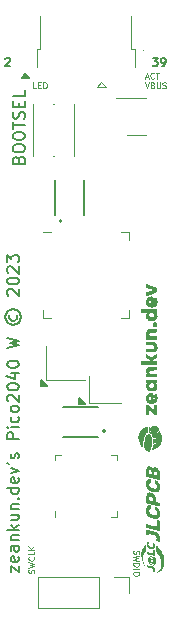
<source format=gbr>
%TF.GenerationSoftware,KiCad,Pcbnew,7.0.7*%
%TF.CreationDate,2023-09-13T09:18:23+07:00*%
%TF.ProjectId,Pico2040-Modular-Rev2-W,5069636f-3230-4343-902d-4d6f64756c61,rev?*%
%TF.SameCoordinates,Original*%
%TF.FileFunction,Legend,Top*%
%TF.FilePolarity,Positive*%
%FSLAX46Y46*%
G04 Gerber Fmt 4.6, Leading zero omitted, Abs format (unit mm)*
G04 Created by KiCad (PCBNEW 7.0.7) date 2023-09-13 09:18:23*
%MOMM*%
%LPD*%
G01*
G04 APERTURE LIST*
%ADD10C,0.150000*%
%ADD11C,0.125000*%
%ADD12C,0.200000*%
%ADD13C,0.100000*%
%ADD14C,0.120000*%
%ADD15C,0.127000*%
G04 APERTURE END LIST*
D10*
X105200000Y-55700000D02*
X104600000Y-55700000D01*
X104900000Y-55300000D01*
X105200000Y-55700000D01*
G36*
X105200000Y-55700000D02*
G01*
X104600000Y-55700000D01*
X104900000Y-55300000D01*
X105200000Y-55700000D01*
G37*
X110000000Y-83250000D02*
X109500000Y-83250000D01*
X109500000Y-82750000D01*
X110000000Y-83250000D01*
G36*
X110000000Y-83250000D02*
G01*
X109500000Y-83250000D01*
X109500000Y-82750000D01*
X110000000Y-83250000D01*
G37*
X106750000Y-81750000D02*
X106250000Y-81750000D01*
X106250000Y-81250000D01*
X106750000Y-81750000D01*
G36*
X106750000Y-81750000D02*
G01*
X106250000Y-81750000D01*
X106250000Y-81250000D01*
X106750000Y-81750000D01*
G37*
D11*
X105839378Y-56532309D02*
X105601283Y-56532309D01*
X105601283Y-56532309D02*
X105601283Y-56032309D01*
X106006045Y-56270404D02*
X106172712Y-56270404D01*
X106244140Y-56532309D02*
X106006045Y-56532309D01*
X106006045Y-56532309D02*
X106006045Y-56032309D01*
X106006045Y-56032309D02*
X106244140Y-56032309D01*
X106458426Y-56532309D02*
X106458426Y-56032309D01*
X106458426Y-56032309D02*
X106577474Y-56032309D01*
X106577474Y-56032309D02*
X106648902Y-56056119D01*
X106648902Y-56056119D02*
X106696521Y-56103738D01*
X106696521Y-56103738D02*
X106720331Y-56151357D01*
X106720331Y-56151357D02*
X106744140Y-56246595D01*
X106744140Y-56246595D02*
X106744140Y-56318023D01*
X106744140Y-56318023D02*
X106720331Y-56413261D01*
X106720331Y-56413261D02*
X106696521Y-56460880D01*
X106696521Y-56460880D02*
X106648902Y-56508500D01*
X106648902Y-56508500D02*
X106577474Y-56532309D01*
X106577474Y-56532309D02*
X106458426Y-56532309D01*
D10*
X115698684Y-53956533D02*
X116132017Y-53956533D01*
X116132017Y-53956533D02*
X115898684Y-54223200D01*
X115898684Y-54223200D02*
X115998684Y-54223200D01*
X115998684Y-54223200D02*
X116065350Y-54256533D01*
X116065350Y-54256533D02*
X116098684Y-54289866D01*
X116098684Y-54289866D02*
X116132017Y-54356533D01*
X116132017Y-54356533D02*
X116132017Y-54523200D01*
X116132017Y-54523200D02*
X116098684Y-54589866D01*
X116098684Y-54589866D02*
X116065350Y-54623200D01*
X116065350Y-54623200D02*
X115998684Y-54656533D01*
X115998684Y-54656533D02*
X115798684Y-54656533D01*
X115798684Y-54656533D02*
X115732017Y-54623200D01*
X115732017Y-54623200D02*
X115698684Y-54589866D01*
X116465351Y-54656533D02*
X116598684Y-54656533D01*
X116598684Y-54656533D02*
X116665351Y-54623200D01*
X116665351Y-54623200D02*
X116698684Y-54589866D01*
X116698684Y-54589866D02*
X116765351Y-54489866D01*
X116765351Y-54489866D02*
X116798684Y-54356533D01*
X116798684Y-54356533D02*
X116798684Y-54089866D01*
X116798684Y-54089866D02*
X116765351Y-54023200D01*
X116765351Y-54023200D02*
X116732017Y-53989866D01*
X116732017Y-53989866D02*
X116665351Y-53956533D01*
X116665351Y-53956533D02*
X116532017Y-53956533D01*
X116532017Y-53956533D02*
X116465351Y-53989866D01*
X116465351Y-53989866D02*
X116432017Y-54023200D01*
X116432017Y-54023200D02*
X116398684Y-54089866D01*
X116398684Y-54089866D02*
X116398684Y-54256533D01*
X116398684Y-54256533D02*
X116432017Y-54323200D01*
X116432017Y-54323200D02*
X116465351Y-54356533D01*
X116465351Y-54356533D02*
X116532017Y-54389866D01*
X116532017Y-54389866D02*
X116665351Y-54389866D01*
X116665351Y-54389866D02*
X116732017Y-54356533D01*
X116732017Y-54356533D02*
X116765351Y-54323200D01*
X116765351Y-54323200D02*
X116798684Y-54256533D01*
D11*
X105658500Y-97572525D02*
X105682309Y-97501097D01*
X105682309Y-97501097D02*
X105682309Y-97382049D01*
X105682309Y-97382049D02*
X105658500Y-97334430D01*
X105658500Y-97334430D02*
X105634690Y-97310621D01*
X105634690Y-97310621D02*
X105587071Y-97286811D01*
X105587071Y-97286811D02*
X105539452Y-97286811D01*
X105539452Y-97286811D02*
X105491833Y-97310621D01*
X105491833Y-97310621D02*
X105468023Y-97334430D01*
X105468023Y-97334430D02*
X105444214Y-97382049D01*
X105444214Y-97382049D02*
X105420404Y-97477287D01*
X105420404Y-97477287D02*
X105396595Y-97524906D01*
X105396595Y-97524906D02*
X105372785Y-97548716D01*
X105372785Y-97548716D02*
X105325166Y-97572525D01*
X105325166Y-97572525D02*
X105277547Y-97572525D01*
X105277547Y-97572525D02*
X105229928Y-97548716D01*
X105229928Y-97548716D02*
X105206119Y-97524906D01*
X105206119Y-97524906D02*
X105182309Y-97477287D01*
X105182309Y-97477287D02*
X105182309Y-97358240D01*
X105182309Y-97358240D02*
X105206119Y-97286811D01*
X105182309Y-97120145D02*
X105682309Y-97001097D01*
X105682309Y-97001097D02*
X105325166Y-96905859D01*
X105325166Y-96905859D02*
X105682309Y-96810621D01*
X105682309Y-96810621D02*
X105182309Y-96691574D01*
X105634690Y-96215383D02*
X105658500Y-96239192D01*
X105658500Y-96239192D02*
X105682309Y-96310621D01*
X105682309Y-96310621D02*
X105682309Y-96358240D01*
X105682309Y-96358240D02*
X105658500Y-96429668D01*
X105658500Y-96429668D02*
X105610880Y-96477287D01*
X105610880Y-96477287D02*
X105563261Y-96501097D01*
X105563261Y-96501097D02*
X105468023Y-96524906D01*
X105468023Y-96524906D02*
X105396595Y-96524906D01*
X105396595Y-96524906D02*
X105301357Y-96501097D01*
X105301357Y-96501097D02*
X105253738Y-96477287D01*
X105253738Y-96477287D02*
X105206119Y-96429668D01*
X105206119Y-96429668D02*
X105182309Y-96358240D01*
X105182309Y-96358240D02*
X105182309Y-96310621D01*
X105182309Y-96310621D02*
X105206119Y-96239192D01*
X105206119Y-96239192D02*
X105229928Y-96215383D01*
X105682309Y-95763002D02*
X105682309Y-96001097D01*
X105682309Y-96001097D02*
X105182309Y-96001097D01*
X105682309Y-95596335D02*
X105182309Y-95596335D01*
X105682309Y-95310621D02*
X105396595Y-95524906D01*
X105182309Y-95310621D02*
X105468023Y-95596335D01*
X115077474Y-55584452D02*
X115315569Y-55584452D01*
X115029855Y-55727309D02*
X115196521Y-55227309D01*
X115196521Y-55227309D02*
X115363188Y-55727309D01*
X115815568Y-55679690D02*
X115791759Y-55703500D01*
X115791759Y-55703500D02*
X115720330Y-55727309D01*
X115720330Y-55727309D02*
X115672711Y-55727309D01*
X115672711Y-55727309D02*
X115601283Y-55703500D01*
X115601283Y-55703500D02*
X115553664Y-55655880D01*
X115553664Y-55655880D02*
X115529854Y-55608261D01*
X115529854Y-55608261D02*
X115506045Y-55513023D01*
X115506045Y-55513023D02*
X115506045Y-55441595D01*
X115506045Y-55441595D02*
X115529854Y-55346357D01*
X115529854Y-55346357D02*
X115553664Y-55298738D01*
X115553664Y-55298738D02*
X115601283Y-55251119D01*
X115601283Y-55251119D02*
X115672711Y-55227309D01*
X115672711Y-55227309D02*
X115720330Y-55227309D01*
X115720330Y-55227309D02*
X115791759Y-55251119D01*
X115791759Y-55251119D02*
X115815568Y-55274928D01*
X115958426Y-55227309D02*
X116244140Y-55227309D01*
X116101283Y-55727309D02*
X116101283Y-55227309D01*
X115029855Y-56032309D02*
X115196521Y-56532309D01*
X115196521Y-56532309D02*
X115363188Y-56032309D01*
X115696521Y-56270404D02*
X115767949Y-56294214D01*
X115767949Y-56294214D02*
X115791759Y-56318023D01*
X115791759Y-56318023D02*
X115815568Y-56365642D01*
X115815568Y-56365642D02*
X115815568Y-56437071D01*
X115815568Y-56437071D02*
X115791759Y-56484690D01*
X115791759Y-56484690D02*
X115767949Y-56508500D01*
X115767949Y-56508500D02*
X115720330Y-56532309D01*
X115720330Y-56532309D02*
X115529854Y-56532309D01*
X115529854Y-56532309D02*
X115529854Y-56032309D01*
X115529854Y-56032309D02*
X115696521Y-56032309D01*
X115696521Y-56032309D02*
X115744140Y-56056119D01*
X115744140Y-56056119D02*
X115767949Y-56079928D01*
X115767949Y-56079928D02*
X115791759Y-56127547D01*
X115791759Y-56127547D02*
X115791759Y-56175166D01*
X115791759Y-56175166D02*
X115767949Y-56222785D01*
X115767949Y-56222785D02*
X115744140Y-56246595D01*
X115744140Y-56246595D02*
X115696521Y-56270404D01*
X115696521Y-56270404D02*
X115529854Y-56270404D01*
X116029854Y-56032309D02*
X116029854Y-56437071D01*
X116029854Y-56437071D02*
X116053664Y-56484690D01*
X116053664Y-56484690D02*
X116077473Y-56508500D01*
X116077473Y-56508500D02*
X116125092Y-56532309D01*
X116125092Y-56532309D02*
X116220330Y-56532309D01*
X116220330Y-56532309D02*
X116267949Y-56508500D01*
X116267949Y-56508500D02*
X116291759Y-56484690D01*
X116291759Y-56484690D02*
X116315568Y-56437071D01*
X116315568Y-56437071D02*
X116315568Y-56032309D01*
X116529855Y-56508500D02*
X116601283Y-56532309D01*
X116601283Y-56532309D02*
X116720331Y-56532309D01*
X116720331Y-56532309D02*
X116767950Y-56508500D01*
X116767950Y-56508500D02*
X116791759Y-56484690D01*
X116791759Y-56484690D02*
X116815569Y-56437071D01*
X116815569Y-56437071D02*
X116815569Y-56389452D01*
X116815569Y-56389452D02*
X116791759Y-56341833D01*
X116791759Y-56341833D02*
X116767950Y-56318023D01*
X116767950Y-56318023D02*
X116720331Y-56294214D01*
X116720331Y-56294214D02*
X116625093Y-56270404D01*
X116625093Y-56270404D02*
X116577474Y-56246595D01*
X116577474Y-56246595D02*
X116553664Y-56222785D01*
X116553664Y-56222785D02*
X116529855Y-56175166D01*
X116529855Y-56175166D02*
X116529855Y-56127547D01*
X116529855Y-56127547D02*
X116553664Y-56079928D01*
X116553664Y-56079928D02*
X116577474Y-56056119D01*
X116577474Y-56056119D02*
X116625093Y-56032309D01*
X116625093Y-56032309D02*
X116744140Y-56032309D01*
X116744140Y-56032309D02*
X116815569Y-56056119D01*
X114091500Y-95677474D02*
X114067690Y-95748902D01*
X114067690Y-95748902D02*
X114067690Y-95867950D01*
X114067690Y-95867950D02*
X114091500Y-95915569D01*
X114091500Y-95915569D02*
X114115309Y-95939378D01*
X114115309Y-95939378D02*
X114162928Y-95963188D01*
X114162928Y-95963188D02*
X114210547Y-95963188D01*
X114210547Y-95963188D02*
X114258166Y-95939378D01*
X114258166Y-95939378D02*
X114281976Y-95915569D01*
X114281976Y-95915569D02*
X114305785Y-95867950D01*
X114305785Y-95867950D02*
X114329595Y-95772712D01*
X114329595Y-95772712D02*
X114353404Y-95725093D01*
X114353404Y-95725093D02*
X114377214Y-95701283D01*
X114377214Y-95701283D02*
X114424833Y-95677474D01*
X114424833Y-95677474D02*
X114472452Y-95677474D01*
X114472452Y-95677474D02*
X114520071Y-95701283D01*
X114520071Y-95701283D02*
X114543880Y-95725093D01*
X114543880Y-95725093D02*
X114567690Y-95772712D01*
X114567690Y-95772712D02*
X114567690Y-95891759D01*
X114567690Y-95891759D02*
X114543880Y-95963188D01*
X114567690Y-96129854D02*
X114067690Y-96248902D01*
X114067690Y-96248902D02*
X114424833Y-96344140D01*
X114424833Y-96344140D02*
X114067690Y-96439378D01*
X114067690Y-96439378D02*
X114567690Y-96558426D01*
X114067690Y-96748902D02*
X114567690Y-96748902D01*
X114567690Y-96748902D02*
X114567690Y-96867950D01*
X114567690Y-96867950D02*
X114543880Y-96939378D01*
X114543880Y-96939378D02*
X114496261Y-96986997D01*
X114496261Y-96986997D02*
X114448642Y-97010807D01*
X114448642Y-97010807D02*
X114353404Y-97034616D01*
X114353404Y-97034616D02*
X114281976Y-97034616D01*
X114281976Y-97034616D02*
X114186738Y-97010807D01*
X114186738Y-97010807D02*
X114139119Y-96986997D01*
X114139119Y-96986997D02*
X114091500Y-96939378D01*
X114091500Y-96939378D02*
X114067690Y-96867950D01*
X114067690Y-96867950D02*
X114067690Y-96748902D01*
X114067690Y-97248902D02*
X114567690Y-97248902D01*
X114567690Y-97582235D02*
X114567690Y-97677473D01*
X114567690Y-97677473D02*
X114543880Y-97725092D01*
X114543880Y-97725092D02*
X114496261Y-97772711D01*
X114496261Y-97772711D02*
X114401023Y-97796521D01*
X114401023Y-97796521D02*
X114234357Y-97796521D01*
X114234357Y-97796521D02*
X114139119Y-97772711D01*
X114139119Y-97772711D02*
X114091500Y-97725092D01*
X114091500Y-97725092D02*
X114067690Y-97677473D01*
X114067690Y-97677473D02*
X114067690Y-97582235D01*
X114067690Y-97582235D02*
X114091500Y-97534616D01*
X114091500Y-97534616D02*
X114139119Y-97486997D01*
X114139119Y-97486997D02*
X114234357Y-97463188D01*
X114234357Y-97463188D02*
X114401023Y-97463188D01*
X114401023Y-97463188D02*
X114496261Y-97486997D01*
X114496261Y-97486997D02*
X114543880Y-97534616D01*
X114543880Y-97534616D02*
X114567690Y-97582235D01*
D12*
X103700552Y-97475564D02*
X103700552Y-96951755D01*
X103700552Y-96951755D02*
X104367219Y-97475564D01*
X104367219Y-97475564D02*
X104367219Y-96951755D01*
X104319600Y-96189850D02*
X104367219Y-96285088D01*
X104367219Y-96285088D02*
X104367219Y-96475564D01*
X104367219Y-96475564D02*
X104319600Y-96570802D01*
X104319600Y-96570802D02*
X104224361Y-96618421D01*
X104224361Y-96618421D02*
X103843409Y-96618421D01*
X103843409Y-96618421D02*
X103748171Y-96570802D01*
X103748171Y-96570802D02*
X103700552Y-96475564D01*
X103700552Y-96475564D02*
X103700552Y-96285088D01*
X103700552Y-96285088D02*
X103748171Y-96189850D01*
X103748171Y-96189850D02*
X103843409Y-96142231D01*
X103843409Y-96142231D02*
X103938647Y-96142231D01*
X103938647Y-96142231D02*
X104033885Y-96618421D01*
X104367219Y-95285088D02*
X103843409Y-95285088D01*
X103843409Y-95285088D02*
X103748171Y-95332707D01*
X103748171Y-95332707D02*
X103700552Y-95427945D01*
X103700552Y-95427945D02*
X103700552Y-95618421D01*
X103700552Y-95618421D02*
X103748171Y-95713659D01*
X104319600Y-95285088D02*
X104367219Y-95380326D01*
X104367219Y-95380326D02*
X104367219Y-95618421D01*
X104367219Y-95618421D02*
X104319600Y-95713659D01*
X104319600Y-95713659D02*
X104224361Y-95761278D01*
X104224361Y-95761278D02*
X104129123Y-95761278D01*
X104129123Y-95761278D02*
X104033885Y-95713659D01*
X104033885Y-95713659D02*
X103986266Y-95618421D01*
X103986266Y-95618421D02*
X103986266Y-95380326D01*
X103986266Y-95380326D02*
X103938647Y-95285088D01*
X103700552Y-94808897D02*
X104367219Y-94808897D01*
X103795790Y-94808897D02*
X103748171Y-94761278D01*
X103748171Y-94761278D02*
X103700552Y-94666040D01*
X103700552Y-94666040D02*
X103700552Y-94523183D01*
X103700552Y-94523183D02*
X103748171Y-94427945D01*
X103748171Y-94427945D02*
X103843409Y-94380326D01*
X103843409Y-94380326D02*
X104367219Y-94380326D01*
X104367219Y-93904135D02*
X103367219Y-93904135D01*
X103986266Y-93808897D02*
X104367219Y-93523183D01*
X103700552Y-93523183D02*
X104081504Y-93904135D01*
X103700552Y-92666040D02*
X104367219Y-92666040D01*
X103700552Y-93094611D02*
X104224361Y-93094611D01*
X104224361Y-93094611D02*
X104319600Y-93046992D01*
X104319600Y-93046992D02*
X104367219Y-92951754D01*
X104367219Y-92951754D02*
X104367219Y-92808897D01*
X104367219Y-92808897D02*
X104319600Y-92713659D01*
X104319600Y-92713659D02*
X104271980Y-92666040D01*
X103700552Y-92189849D02*
X104367219Y-92189849D01*
X103795790Y-92189849D02*
X103748171Y-92142230D01*
X103748171Y-92142230D02*
X103700552Y-92046992D01*
X103700552Y-92046992D02*
X103700552Y-91904135D01*
X103700552Y-91904135D02*
X103748171Y-91808897D01*
X103748171Y-91808897D02*
X103843409Y-91761278D01*
X103843409Y-91761278D02*
X104367219Y-91761278D01*
X104271980Y-91285087D02*
X104319600Y-91237468D01*
X104319600Y-91237468D02*
X104367219Y-91285087D01*
X104367219Y-91285087D02*
X104319600Y-91332706D01*
X104319600Y-91332706D02*
X104271980Y-91285087D01*
X104271980Y-91285087D02*
X104367219Y-91285087D01*
X104367219Y-90380326D02*
X103367219Y-90380326D01*
X104319600Y-90380326D02*
X104367219Y-90475564D01*
X104367219Y-90475564D02*
X104367219Y-90666040D01*
X104367219Y-90666040D02*
X104319600Y-90761278D01*
X104319600Y-90761278D02*
X104271980Y-90808897D01*
X104271980Y-90808897D02*
X104176742Y-90856516D01*
X104176742Y-90856516D02*
X103891028Y-90856516D01*
X103891028Y-90856516D02*
X103795790Y-90808897D01*
X103795790Y-90808897D02*
X103748171Y-90761278D01*
X103748171Y-90761278D02*
X103700552Y-90666040D01*
X103700552Y-90666040D02*
X103700552Y-90475564D01*
X103700552Y-90475564D02*
X103748171Y-90380326D01*
X104319600Y-89523183D02*
X104367219Y-89618421D01*
X104367219Y-89618421D02*
X104367219Y-89808897D01*
X104367219Y-89808897D02*
X104319600Y-89904135D01*
X104319600Y-89904135D02*
X104224361Y-89951754D01*
X104224361Y-89951754D02*
X103843409Y-89951754D01*
X103843409Y-89951754D02*
X103748171Y-89904135D01*
X103748171Y-89904135D02*
X103700552Y-89808897D01*
X103700552Y-89808897D02*
X103700552Y-89618421D01*
X103700552Y-89618421D02*
X103748171Y-89523183D01*
X103748171Y-89523183D02*
X103843409Y-89475564D01*
X103843409Y-89475564D02*
X103938647Y-89475564D01*
X103938647Y-89475564D02*
X104033885Y-89951754D01*
X103700552Y-89142230D02*
X104367219Y-88904135D01*
X104367219Y-88904135D02*
X103700552Y-88666040D01*
X103367219Y-88237468D02*
X103557695Y-88332706D01*
X104319600Y-87856516D02*
X104367219Y-87761278D01*
X104367219Y-87761278D02*
X104367219Y-87570802D01*
X104367219Y-87570802D02*
X104319600Y-87475564D01*
X104319600Y-87475564D02*
X104224361Y-87427945D01*
X104224361Y-87427945D02*
X104176742Y-87427945D01*
X104176742Y-87427945D02*
X104081504Y-87475564D01*
X104081504Y-87475564D02*
X104033885Y-87570802D01*
X104033885Y-87570802D02*
X104033885Y-87713659D01*
X104033885Y-87713659D02*
X103986266Y-87808897D01*
X103986266Y-87808897D02*
X103891028Y-87856516D01*
X103891028Y-87856516D02*
X103843409Y-87856516D01*
X103843409Y-87856516D02*
X103748171Y-87808897D01*
X103748171Y-87808897D02*
X103700552Y-87713659D01*
X103700552Y-87713659D02*
X103700552Y-87570802D01*
X103700552Y-87570802D02*
X103748171Y-87475564D01*
X104367219Y-86237468D02*
X103367219Y-86237468D01*
X103367219Y-86237468D02*
X103367219Y-85856516D01*
X103367219Y-85856516D02*
X103414838Y-85761278D01*
X103414838Y-85761278D02*
X103462457Y-85713659D01*
X103462457Y-85713659D02*
X103557695Y-85666040D01*
X103557695Y-85666040D02*
X103700552Y-85666040D01*
X103700552Y-85666040D02*
X103795790Y-85713659D01*
X103795790Y-85713659D02*
X103843409Y-85761278D01*
X103843409Y-85761278D02*
X103891028Y-85856516D01*
X103891028Y-85856516D02*
X103891028Y-86237468D01*
X104367219Y-85237468D02*
X103700552Y-85237468D01*
X103367219Y-85237468D02*
X103414838Y-85285087D01*
X103414838Y-85285087D02*
X103462457Y-85237468D01*
X103462457Y-85237468D02*
X103414838Y-85189849D01*
X103414838Y-85189849D02*
X103367219Y-85237468D01*
X103367219Y-85237468D02*
X103462457Y-85237468D01*
X104319600Y-84332707D02*
X104367219Y-84427945D01*
X104367219Y-84427945D02*
X104367219Y-84618421D01*
X104367219Y-84618421D02*
X104319600Y-84713659D01*
X104319600Y-84713659D02*
X104271980Y-84761278D01*
X104271980Y-84761278D02*
X104176742Y-84808897D01*
X104176742Y-84808897D02*
X103891028Y-84808897D01*
X103891028Y-84808897D02*
X103795790Y-84761278D01*
X103795790Y-84761278D02*
X103748171Y-84713659D01*
X103748171Y-84713659D02*
X103700552Y-84618421D01*
X103700552Y-84618421D02*
X103700552Y-84427945D01*
X103700552Y-84427945D02*
X103748171Y-84332707D01*
X104367219Y-83761278D02*
X104319600Y-83856516D01*
X104319600Y-83856516D02*
X104271980Y-83904135D01*
X104271980Y-83904135D02*
X104176742Y-83951754D01*
X104176742Y-83951754D02*
X103891028Y-83951754D01*
X103891028Y-83951754D02*
X103795790Y-83904135D01*
X103795790Y-83904135D02*
X103748171Y-83856516D01*
X103748171Y-83856516D02*
X103700552Y-83761278D01*
X103700552Y-83761278D02*
X103700552Y-83618421D01*
X103700552Y-83618421D02*
X103748171Y-83523183D01*
X103748171Y-83523183D02*
X103795790Y-83475564D01*
X103795790Y-83475564D02*
X103891028Y-83427945D01*
X103891028Y-83427945D02*
X104176742Y-83427945D01*
X104176742Y-83427945D02*
X104271980Y-83475564D01*
X104271980Y-83475564D02*
X104319600Y-83523183D01*
X104319600Y-83523183D02*
X104367219Y-83618421D01*
X104367219Y-83618421D02*
X104367219Y-83761278D01*
X103462457Y-83046992D02*
X103414838Y-82999373D01*
X103414838Y-82999373D02*
X103367219Y-82904135D01*
X103367219Y-82904135D02*
X103367219Y-82666040D01*
X103367219Y-82666040D02*
X103414838Y-82570802D01*
X103414838Y-82570802D02*
X103462457Y-82523183D01*
X103462457Y-82523183D02*
X103557695Y-82475564D01*
X103557695Y-82475564D02*
X103652933Y-82475564D01*
X103652933Y-82475564D02*
X103795790Y-82523183D01*
X103795790Y-82523183D02*
X104367219Y-83094611D01*
X104367219Y-83094611D02*
X104367219Y-82475564D01*
X103367219Y-81856516D02*
X103367219Y-81761278D01*
X103367219Y-81761278D02*
X103414838Y-81666040D01*
X103414838Y-81666040D02*
X103462457Y-81618421D01*
X103462457Y-81618421D02*
X103557695Y-81570802D01*
X103557695Y-81570802D02*
X103748171Y-81523183D01*
X103748171Y-81523183D02*
X103986266Y-81523183D01*
X103986266Y-81523183D02*
X104176742Y-81570802D01*
X104176742Y-81570802D02*
X104271980Y-81618421D01*
X104271980Y-81618421D02*
X104319600Y-81666040D01*
X104319600Y-81666040D02*
X104367219Y-81761278D01*
X104367219Y-81761278D02*
X104367219Y-81856516D01*
X104367219Y-81856516D02*
X104319600Y-81951754D01*
X104319600Y-81951754D02*
X104271980Y-81999373D01*
X104271980Y-81999373D02*
X104176742Y-82046992D01*
X104176742Y-82046992D02*
X103986266Y-82094611D01*
X103986266Y-82094611D02*
X103748171Y-82094611D01*
X103748171Y-82094611D02*
X103557695Y-82046992D01*
X103557695Y-82046992D02*
X103462457Y-81999373D01*
X103462457Y-81999373D02*
X103414838Y-81951754D01*
X103414838Y-81951754D02*
X103367219Y-81856516D01*
X103700552Y-80666040D02*
X104367219Y-80666040D01*
X103319600Y-80904135D02*
X104033885Y-81142230D01*
X104033885Y-81142230D02*
X104033885Y-80523183D01*
X103367219Y-79951754D02*
X103367219Y-79856516D01*
X103367219Y-79856516D02*
X103414838Y-79761278D01*
X103414838Y-79761278D02*
X103462457Y-79713659D01*
X103462457Y-79713659D02*
X103557695Y-79666040D01*
X103557695Y-79666040D02*
X103748171Y-79618421D01*
X103748171Y-79618421D02*
X103986266Y-79618421D01*
X103986266Y-79618421D02*
X104176742Y-79666040D01*
X104176742Y-79666040D02*
X104271980Y-79713659D01*
X104271980Y-79713659D02*
X104319600Y-79761278D01*
X104319600Y-79761278D02*
X104367219Y-79856516D01*
X104367219Y-79856516D02*
X104367219Y-79951754D01*
X104367219Y-79951754D02*
X104319600Y-80046992D01*
X104319600Y-80046992D02*
X104271980Y-80094611D01*
X104271980Y-80094611D02*
X104176742Y-80142230D01*
X104176742Y-80142230D02*
X103986266Y-80189849D01*
X103986266Y-80189849D02*
X103748171Y-80189849D01*
X103748171Y-80189849D02*
X103557695Y-80142230D01*
X103557695Y-80142230D02*
X103462457Y-80094611D01*
X103462457Y-80094611D02*
X103414838Y-80046992D01*
X103414838Y-80046992D02*
X103367219Y-79951754D01*
X103367219Y-78523182D02*
X104367219Y-78285087D01*
X104367219Y-78285087D02*
X103652933Y-78094611D01*
X103652933Y-78094611D02*
X104367219Y-77904135D01*
X104367219Y-77904135D02*
X103367219Y-77666040D01*
X103605314Y-75713658D02*
X103557695Y-75808897D01*
X103557695Y-75808897D02*
X103557695Y-75999373D01*
X103557695Y-75999373D02*
X103605314Y-76094611D01*
X103605314Y-76094611D02*
X103700552Y-76189849D01*
X103700552Y-76189849D02*
X103795790Y-76237468D01*
X103795790Y-76237468D02*
X103986266Y-76237468D01*
X103986266Y-76237468D02*
X104081504Y-76189849D01*
X104081504Y-76189849D02*
X104176742Y-76094611D01*
X104176742Y-76094611D02*
X104224361Y-75999373D01*
X104224361Y-75999373D02*
X104224361Y-75808897D01*
X104224361Y-75808897D02*
X104176742Y-75713658D01*
X103224361Y-75904135D02*
X103271980Y-76142230D01*
X103271980Y-76142230D02*
X103414838Y-76380325D01*
X103414838Y-76380325D02*
X103652933Y-76523182D01*
X103652933Y-76523182D02*
X103891028Y-76570801D01*
X103891028Y-76570801D02*
X104129123Y-76523182D01*
X104129123Y-76523182D02*
X104367219Y-76380325D01*
X104367219Y-76380325D02*
X104510076Y-76142230D01*
X104510076Y-76142230D02*
X104557695Y-75904135D01*
X104557695Y-75904135D02*
X104510076Y-75666039D01*
X104510076Y-75666039D02*
X104367219Y-75427944D01*
X104367219Y-75427944D02*
X104129123Y-75285087D01*
X104129123Y-75285087D02*
X103891028Y-75237468D01*
X103891028Y-75237468D02*
X103652933Y-75285087D01*
X103652933Y-75285087D02*
X103414838Y-75427944D01*
X103414838Y-75427944D02*
X103271980Y-75666039D01*
X103271980Y-75666039D02*
X103224361Y-75904135D01*
X103462457Y-74094610D02*
X103414838Y-74046991D01*
X103414838Y-74046991D02*
X103367219Y-73951753D01*
X103367219Y-73951753D02*
X103367219Y-73713658D01*
X103367219Y-73713658D02*
X103414838Y-73618420D01*
X103414838Y-73618420D02*
X103462457Y-73570801D01*
X103462457Y-73570801D02*
X103557695Y-73523182D01*
X103557695Y-73523182D02*
X103652933Y-73523182D01*
X103652933Y-73523182D02*
X103795790Y-73570801D01*
X103795790Y-73570801D02*
X104367219Y-74142229D01*
X104367219Y-74142229D02*
X104367219Y-73523182D01*
X103367219Y-72904134D02*
X103367219Y-72808896D01*
X103367219Y-72808896D02*
X103414838Y-72713658D01*
X103414838Y-72713658D02*
X103462457Y-72666039D01*
X103462457Y-72666039D02*
X103557695Y-72618420D01*
X103557695Y-72618420D02*
X103748171Y-72570801D01*
X103748171Y-72570801D02*
X103986266Y-72570801D01*
X103986266Y-72570801D02*
X104176742Y-72618420D01*
X104176742Y-72618420D02*
X104271980Y-72666039D01*
X104271980Y-72666039D02*
X104319600Y-72713658D01*
X104319600Y-72713658D02*
X104367219Y-72808896D01*
X104367219Y-72808896D02*
X104367219Y-72904134D01*
X104367219Y-72904134D02*
X104319600Y-72999372D01*
X104319600Y-72999372D02*
X104271980Y-73046991D01*
X104271980Y-73046991D02*
X104176742Y-73094610D01*
X104176742Y-73094610D02*
X103986266Y-73142229D01*
X103986266Y-73142229D02*
X103748171Y-73142229D01*
X103748171Y-73142229D02*
X103557695Y-73094610D01*
X103557695Y-73094610D02*
X103462457Y-73046991D01*
X103462457Y-73046991D02*
X103414838Y-72999372D01*
X103414838Y-72999372D02*
X103367219Y-72904134D01*
X103462457Y-72189848D02*
X103414838Y-72142229D01*
X103414838Y-72142229D02*
X103367219Y-72046991D01*
X103367219Y-72046991D02*
X103367219Y-71808896D01*
X103367219Y-71808896D02*
X103414838Y-71713658D01*
X103414838Y-71713658D02*
X103462457Y-71666039D01*
X103462457Y-71666039D02*
X103557695Y-71618420D01*
X103557695Y-71618420D02*
X103652933Y-71618420D01*
X103652933Y-71618420D02*
X103795790Y-71666039D01*
X103795790Y-71666039D02*
X104367219Y-72237467D01*
X104367219Y-72237467D02*
X104367219Y-71618420D01*
X103367219Y-71285086D02*
X103367219Y-70666039D01*
X103367219Y-70666039D02*
X103748171Y-70999372D01*
X103748171Y-70999372D02*
X103748171Y-70856515D01*
X103748171Y-70856515D02*
X103795790Y-70761277D01*
X103795790Y-70761277D02*
X103843409Y-70713658D01*
X103843409Y-70713658D02*
X103938647Y-70666039D01*
X103938647Y-70666039D02*
X104176742Y-70666039D01*
X104176742Y-70666039D02*
X104271980Y-70713658D01*
X104271980Y-70713658D02*
X104319600Y-70761277D01*
X104319600Y-70761277D02*
X104367219Y-70856515D01*
X104367219Y-70856515D02*
X104367219Y-71142229D01*
X104367219Y-71142229D02*
X104319600Y-71237467D01*
X104319600Y-71237467D02*
X104271980Y-71285086D01*
D10*
X103232017Y-54023200D02*
X103265350Y-53989866D01*
X103265350Y-53989866D02*
X103332017Y-53956533D01*
X103332017Y-53956533D02*
X103498684Y-53956533D01*
X103498684Y-53956533D02*
X103565350Y-53989866D01*
X103565350Y-53989866D02*
X103598684Y-54023200D01*
X103598684Y-54023200D02*
X103632017Y-54089866D01*
X103632017Y-54089866D02*
X103632017Y-54156533D01*
X103632017Y-54156533D02*
X103598684Y-54256533D01*
X103598684Y-54256533D02*
X103198684Y-54656533D01*
X103198684Y-54656533D02*
X103632017Y-54656533D01*
X104346009Y-62579887D02*
X104393628Y-62437030D01*
X104393628Y-62437030D02*
X104441247Y-62389411D01*
X104441247Y-62389411D02*
X104536485Y-62341792D01*
X104536485Y-62341792D02*
X104679342Y-62341792D01*
X104679342Y-62341792D02*
X104774580Y-62389411D01*
X104774580Y-62389411D02*
X104822200Y-62437030D01*
X104822200Y-62437030D02*
X104869819Y-62532268D01*
X104869819Y-62532268D02*
X104869819Y-62913220D01*
X104869819Y-62913220D02*
X103869819Y-62913220D01*
X103869819Y-62913220D02*
X103869819Y-62579887D01*
X103869819Y-62579887D02*
X103917438Y-62484649D01*
X103917438Y-62484649D02*
X103965057Y-62437030D01*
X103965057Y-62437030D02*
X104060295Y-62389411D01*
X104060295Y-62389411D02*
X104155533Y-62389411D01*
X104155533Y-62389411D02*
X104250771Y-62437030D01*
X104250771Y-62437030D02*
X104298390Y-62484649D01*
X104298390Y-62484649D02*
X104346009Y-62579887D01*
X104346009Y-62579887D02*
X104346009Y-62913220D01*
X103869819Y-61722744D02*
X103869819Y-61532268D01*
X103869819Y-61532268D02*
X103917438Y-61437030D01*
X103917438Y-61437030D02*
X104012676Y-61341792D01*
X104012676Y-61341792D02*
X104203152Y-61294173D01*
X104203152Y-61294173D02*
X104536485Y-61294173D01*
X104536485Y-61294173D02*
X104726961Y-61341792D01*
X104726961Y-61341792D02*
X104822200Y-61437030D01*
X104822200Y-61437030D02*
X104869819Y-61532268D01*
X104869819Y-61532268D02*
X104869819Y-61722744D01*
X104869819Y-61722744D02*
X104822200Y-61817982D01*
X104822200Y-61817982D02*
X104726961Y-61913220D01*
X104726961Y-61913220D02*
X104536485Y-61960839D01*
X104536485Y-61960839D02*
X104203152Y-61960839D01*
X104203152Y-61960839D02*
X104012676Y-61913220D01*
X104012676Y-61913220D02*
X103917438Y-61817982D01*
X103917438Y-61817982D02*
X103869819Y-61722744D01*
X103869819Y-60675125D02*
X103869819Y-60484649D01*
X103869819Y-60484649D02*
X103917438Y-60389411D01*
X103917438Y-60389411D02*
X104012676Y-60294173D01*
X104012676Y-60294173D02*
X104203152Y-60246554D01*
X104203152Y-60246554D02*
X104536485Y-60246554D01*
X104536485Y-60246554D02*
X104726961Y-60294173D01*
X104726961Y-60294173D02*
X104822200Y-60389411D01*
X104822200Y-60389411D02*
X104869819Y-60484649D01*
X104869819Y-60484649D02*
X104869819Y-60675125D01*
X104869819Y-60675125D02*
X104822200Y-60770363D01*
X104822200Y-60770363D02*
X104726961Y-60865601D01*
X104726961Y-60865601D02*
X104536485Y-60913220D01*
X104536485Y-60913220D02*
X104203152Y-60913220D01*
X104203152Y-60913220D02*
X104012676Y-60865601D01*
X104012676Y-60865601D02*
X103917438Y-60770363D01*
X103917438Y-60770363D02*
X103869819Y-60675125D01*
X103869819Y-59960839D02*
X103869819Y-59389411D01*
X104869819Y-59675125D02*
X103869819Y-59675125D01*
X104822200Y-59103696D02*
X104869819Y-58960839D01*
X104869819Y-58960839D02*
X104869819Y-58722744D01*
X104869819Y-58722744D02*
X104822200Y-58627506D01*
X104822200Y-58627506D02*
X104774580Y-58579887D01*
X104774580Y-58579887D02*
X104679342Y-58532268D01*
X104679342Y-58532268D02*
X104584104Y-58532268D01*
X104584104Y-58532268D02*
X104488866Y-58579887D01*
X104488866Y-58579887D02*
X104441247Y-58627506D01*
X104441247Y-58627506D02*
X104393628Y-58722744D01*
X104393628Y-58722744D02*
X104346009Y-58913220D01*
X104346009Y-58913220D02*
X104298390Y-59008458D01*
X104298390Y-59008458D02*
X104250771Y-59056077D01*
X104250771Y-59056077D02*
X104155533Y-59103696D01*
X104155533Y-59103696D02*
X104060295Y-59103696D01*
X104060295Y-59103696D02*
X103965057Y-59056077D01*
X103965057Y-59056077D02*
X103917438Y-59008458D01*
X103917438Y-59008458D02*
X103869819Y-58913220D01*
X103869819Y-58913220D02*
X103869819Y-58675125D01*
X103869819Y-58675125D02*
X103917438Y-58532268D01*
X104346009Y-58103696D02*
X104346009Y-57770363D01*
X104869819Y-57627506D02*
X104869819Y-58103696D01*
X104869819Y-58103696D02*
X103869819Y-58103696D01*
X103869819Y-58103696D02*
X103869819Y-57627506D01*
X104869819Y-56722744D02*
X104869819Y-57198934D01*
X104869819Y-57198934D02*
X103869819Y-57198934D01*
D13*
%TO.C,D1*%
X114965000Y-53330000D02*
G75*
G03*
X114965000Y-53330000I-50000J0D01*
G01*
D14*
%TO.C,J1*%
X114200000Y-53180000D02*
X114200000Y-54730000D01*
X114200000Y-53180000D02*
X113900000Y-53180000D01*
X113900000Y-50380000D02*
X113900000Y-53180000D01*
X111750000Y-56430000D02*
X110950000Y-56430000D01*
X111350000Y-55980000D02*
X111750000Y-56430000D01*
X110950000Y-56430000D02*
X111350000Y-55980000D01*
X106200000Y-53180000D02*
X105900000Y-53180000D01*
X106200000Y-50380000D02*
X106200000Y-53180000D01*
X105900000Y-53180000D02*
X105900000Y-54730000D01*
%TO.C,G\u002A\u002A\u002A*%
G36*
X115246808Y-96926644D02*
G01*
X115259730Y-96928061D01*
X115278100Y-96930812D01*
X115302600Y-96935010D01*
X115333912Y-96940771D01*
X115372716Y-96948209D01*
X115419695Y-96957438D01*
X115452610Y-96963987D01*
X115497359Y-96972973D01*
X115540443Y-96981721D01*
X115580713Y-96989989D01*
X115617023Y-96997540D01*
X115648225Y-97004132D01*
X115673172Y-97009527D01*
X115690718Y-97013484D01*
X115697650Y-97015182D01*
X115747152Y-97032687D01*
X115791075Y-97057422D01*
X115828860Y-97088946D01*
X115859947Y-97126819D01*
X115877579Y-97157185D01*
X115894876Y-97200325D01*
X115905994Y-97246229D01*
X115910434Y-97292038D01*
X115908129Y-97332077D01*
X115899131Y-97377228D01*
X115886512Y-97413988D01*
X115882669Y-97422131D01*
X115871025Y-97440974D01*
X115855594Y-97459952D01*
X115837946Y-97477745D01*
X115819653Y-97493032D01*
X115802282Y-97504492D01*
X115787405Y-97510805D01*
X115777155Y-97510888D01*
X115771724Y-97505632D01*
X115763289Y-97493839D01*
X115752868Y-97477339D01*
X115741478Y-97457961D01*
X115730136Y-97437534D01*
X115719861Y-97417890D01*
X115711669Y-97400856D01*
X115706578Y-97388262D01*
X115705535Y-97382087D01*
X115710953Y-97375133D01*
X115721570Y-97365781D01*
X115729236Y-97360127D01*
X115748932Y-97342917D01*
X115761092Y-97322532D01*
X115767157Y-97297747D01*
X115767139Y-97267761D01*
X115758544Y-97241575D01*
X115741624Y-97219541D01*
X115716630Y-97202007D01*
X115690572Y-97191323D01*
X115678407Y-97187974D01*
X115658952Y-97183322D01*
X115631965Y-97177317D01*
X115597204Y-97169908D01*
X115554425Y-97161046D01*
X115503386Y-97150680D01*
X115443845Y-97138762D01*
X115375560Y-97125240D01*
X115298287Y-97110064D01*
X115266552Y-97103861D01*
X115251208Y-97100912D01*
X115240032Y-97098014D01*
X115232393Y-97093758D01*
X115227658Y-97086735D01*
X115225193Y-97075537D01*
X115224366Y-97058753D01*
X115224545Y-97034975D01*
X115224966Y-97011246D01*
X115225557Y-96981791D01*
X115226316Y-96960411D01*
X115227404Y-96945703D01*
X115228982Y-96936263D01*
X115231211Y-96930686D01*
X115234252Y-96927568D01*
X115234584Y-96927352D01*
X115238653Y-96926446D01*
X115246808Y-96926644D01*
G37*
G36*
X115160391Y-95175375D02*
G01*
X115160797Y-95188599D01*
X115161170Y-95209596D01*
X115161501Y-95237512D01*
X115161783Y-95271494D01*
X115162009Y-95310690D01*
X115162171Y-95354246D01*
X115162262Y-95401308D01*
X115162279Y-95432925D01*
X115162231Y-95492534D01*
X115162080Y-95543273D01*
X115161813Y-95585751D01*
X115161414Y-95620575D01*
X115160873Y-95648356D01*
X115160174Y-95669701D01*
X115159304Y-95685220D01*
X115158251Y-95695520D01*
X115157001Y-95701211D01*
X115156354Y-95702452D01*
X115149696Y-95708792D01*
X115137758Y-95718522D01*
X115123039Y-95729614D01*
X115121991Y-95730373D01*
X115069132Y-95774323D01*
X115022996Y-95824935D01*
X114983600Y-95882173D01*
X114950960Y-95946001D01*
X114925092Y-96016382D01*
X114906014Y-96093280D01*
X114893741Y-96176658D01*
X114888883Y-96246688D01*
X114888948Y-96326234D01*
X114894818Y-96411961D01*
X114906290Y-96502714D01*
X114923161Y-96597343D01*
X114945229Y-96694693D01*
X114972290Y-96793613D01*
X115000962Y-96883662D01*
X115009857Y-96910310D01*
X115017375Y-96933789D01*
X115023085Y-96952669D01*
X115026552Y-96965520D01*
X115027347Y-96970910D01*
X115027316Y-96970952D01*
X115025542Y-96972224D01*
X115023497Y-96971251D01*
X115020297Y-96966638D01*
X115015060Y-96956994D01*
X115006905Y-96940926D01*
X115001683Y-96930498D01*
X114944186Y-96810165D01*
X114894387Y-96694242D01*
X114852035Y-96581975D01*
X114816880Y-96472610D01*
X114788671Y-96365393D01*
X114767157Y-96259569D01*
X114757240Y-96195573D01*
X114754269Y-96167227D01*
X114752001Y-96132021D01*
X114750431Y-96091730D01*
X114749550Y-96048129D01*
X114749350Y-96002994D01*
X114749822Y-95958099D01*
X114750958Y-95915221D01*
X114752752Y-95876133D01*
X114755196Y-95842613D01*
X114758281Y-95816434D01*
X114758946Y-95812394D01*
X114779944Y-95716263D01*
X114808355Y-95624791D01*
X114843945Y-95538422D01*
X114886479Y-95457598D01*
X114935721Y-95382763D01*
X114991436Y-95314360D01*
X115053389Y-95252832D01*
X115058121Y-95248647D01*
X115079252Y-95230538D01*
X115100514Y-95213074D01*
X115120517Y-95197319D01*
X115137867Y-95184337D01*
X115151174Y-95175192D01*
X115159045Y-95170949D01*
X115159959Y-95170778D01*
X115160391Y-95175375D01*
G37*
G36*
X115792405Y-95633174D02*
G01*
X115811507Y-95635496D01*
X115832705Y-95638945D01*
X115853640Y-95643109D01*
X115871952Y-95647574D01*
X115885278Y-95651928D01*
X115890310Y-95654633D01*
X115891856Y-95660538D01*
X115893223Y-95674781D01*
X115894407Y-95696219D01*
X115895406Y-95723711D01*
X115896218Y-95756117D01*
X115896842Y-95792295D01*
X115897273Y-95831104D01*
X115897511Y-95871404D01*
X115897553Y-95912052D01*
X115897396Y-95951909D01*
X115897038Y-95989832D01*
X115896477Y-96024680D01*
X115895711Y-96055314D01*
X115894737Y-96080591D01*
X115893553Y-96099371D01*
X115892156Y-96110511D01*
X115891243Y-96113028D01*
X115882087Y-96118117D01*
X115878209Y-96118720D01*
X115872419Y-96117825D01*
X115858111Y-96115236D01*
X115836063Y-96111104D01*
X115807056Y-96105579D01*
X115771869Y-96098812D01*
X115731282Y-96090953D01*
X115686074Y-96082152D01*
X115637025Y-96072560D01*
X115584915Y-96062326D01*
X115555673Y-96056565D01*
X115488020Y-96043138D01*
X115427673Y-96030986D01*
X115374902Y-96020166D01*
X115329977Y-96010736D01*
X115293169Y-96002755D01*
X115264746Y-95996280D01*
X115244979Y-95991369D01*
X115234137Y-95988080D01*
X115232189Y-95987101D01*
X115229000Y-95983238D01*
X115226737Y-95977174D01*
X115225247Y-95967411D01*
X115224379Y-95952455D01*
X115223979Y-95930806D01*
X115223895Y-95905643D01*
X115224065Y-95875162D01*
X115224808Y-95852891D01*
X115226472Y-95837563D01*
X115229405Y-95827911D01*
X115233956Y-95822668D01*
X115240472Y-95820567D01*
X115247356Y-95820298D01*
X115254230Y-95821248D01*
X115269478Y-95823909D01*
X115292184Y-95828105D01*
X115321432Y-95833659D01*
X115356308Y-95840396D01*
X115395894Y-95848140D01*
X115439277Y-95856714D01*
X115485539Y-95865943D01*
X115503376Y-95869523D01*
X115550233Y-95878878D01*
X115594359Y-95887562D01*
X115634868Y-95895409D01*
X115670872Y-95902253D01*
X115701487Y-95907929D01*
X115725825Y-95912271D01*
X115743001Y-95915113D01*
X115752128Y-95916289D01*
X115753324Y-95916257D01*
X115755175Y-95913378D01*
X115756687Y-95905757D01*
X115757905Y-95892583D01*
X115758869Y-95873042D01*
X115759623Y-95846320D01*
X115760208Y-95811605D01*
X115760594Y-95776308D01*
X115761004Y-95736249D01*
X115761466Y-95704633D01*
X115762048Y-95680422D01*
X115762817Y-95662579D01*
X115763841Y-95650067D01*
X115765189Y-95641849D01*
X115766928Y-95636887D01*
X115769126Y-95634145D01*
X115769937Y-95633567D01*
X115777762Y-95632394D01*
X115792405Y-95633174D01*
G37*
G36*
X115304726Y-94908687D02*
G01*
X115314744Y-94917672D01*
X115328119Y-94930794D01*
X115343429Y-94946536D01*
X115359253Y-94963382D01*
X115374168Y-94979816D01*
X115386751Y-94994322D01*
X115395582Y-95005384D01*
X115399237Y-95011484D01*
X115399263Y-95011736D01*
X115396561Y-95016485D01*
X115389432Y-95026597D01*
X115379338Y-95040008D01*
X115377876Y-95041896D01*
X115358454Y-95074076D01*
X115347520Y-95108698D01*
X115344734Y-95144748D01*
X115349759Y-95181211D01*
X115362255Y-95217072D01*
X115381884Y-95251317D01*
X115408308Y-95282930D01*
X115441186Y-95310897D01*
X115474484Y-95331320D01*
X115514474Y-95349247D01*
X115553029Y-95359962D01*
X115593698Y-95364245D01*
X115622916Y-95363951D01*
X115660860Y-95359842D01*
X115691437Y-95351042D01*
X115715789Y-95337037D01*
X115735058Y-95317314D01*
X115739010Y-95311737D01*
X115755086Y-95279411D01*
X115762324Y-95243948D01*
X115760745Y-95205583D01*
X115750368Y-95164555D01*
X115731214Y-95121099D01*
X115721234Y-95103317D01*
X115710006Y-95082619D01*
X115704726Y-95068132D01*
X115704610Y-95060223D01*
X115709559Y-95053121D01*
X115720397Y-95042466D01*
X115735098Y-95029832D01*
X115751634Y-95016796D01*
X115767981Y-95004934D01*
X115782112Y-94995820D01*
X115792001Y-94991032D01*
X115794038Y-94990670D01*
X115802082Y-94994735D01*
X115812991Y-95005888D01*
X115825757Y-95022564D01*
X115839372Y-95043200D01*
X115852828Y-95066231D01*
X115865118Y-95090092D01*
X115875232Y-95113221D01*
X115878229Y-95121301D01*
X115892123Y-95172420D01*
X115899770Y-95226792D01*
X115900934Y-95281292D01*
X115895379Y-95332791D01*
X115894518Y-95337292D01*
X115881150Y-95382882D01*
X115860433Y-95424894D01*
X115833334Y-95462279D01*
X115800824Y-95493988D01*
X115763870Y-95518971D01*
X115723443Y-95536179D01*
X115706685Y-95540614D01*
X115680804Y-95544150D01*
X115648593Y-95545299D01*
X115612851Y-95544227D01*
X115576378Y-95541104D01*
X115541972Y-95536096D01*
X115512433Y-95529373D01*
X115510646Y-95528850D01*
X115452567Y-95506723D01*
X115398756Y-95476528D01*
X115349903Y-95438975D01*
X115306694Y-95394773D01*
X115269819Y-95344631D01*
X115239964Y-95289259D01*
X115217818Y-95229366D01*
X115216833Y-95225939D01*
X115207871Y-95181569D01*
X115204630Y-95134076D01*
X115206950Y-95086115D01*
X115214673Y-95040342D01*
X115227642Y-94999414D01*
X115230776Y-94992206D01*
X115239883Y-94975074D01*
X115251721Y-94956622D01*
X115264864Y-94938652D01*
X115277887Y-94922966D01*
X115289364Y-94911366D01*
X115297869Y-94905654D01*
X115299488Y-94905355D01*
X115304726Y-94908687D01*
G37*
G36*
X116094536Y-93091398D02*
G01*
X116116077Y-93095049D01*
X116141728Y-93100103D01*
X116169815Y-93106174D01*
X116198666Y-93112876D01*
X116226607Y-93119822D01*
X116251967Y-93126627D01*
X116273073Y-93132905D01*
X116288252Y-93138269D01*
X116295065Y-93141687D01*
X116306914Y-93150322D01*
X116308124Y-93573019D01*
X116309335Y-93995715D01*
X116297675Y-94007374D01*
X116287227Y-94015370D01*
X116277626Y-94019012D01*
X116277060Y-94019033D01*
X116271271Y-94017946D01*
X116256970Y-94014798D01*
X116234859Y-94009756D01*
X116205640Y-94002989D01*
X116170016Y-93994664D01*
X116128687Y-93984950D01*
X116082356Y-93974014D01*
X116031724Y-93962025D01*
X115977494Y-93949150D01*
X115920367Y-93935559D01*
X115861046Y-93921418D01*
X115800231Y-93906896D01*
X115738625Y-93892160D01*
X115676930Y-93877380D01*
X115615848Y-93862722D01*
X115556080Y-93848355D01*
X115498328Y-93834448D01*
X115443294Y-93821167D01*
X115391681Y-93808681D01*
X115344189Y-93797159D01*
X115301521Y-93786767D01*
X115264379Y-93777674D01*
X115233464Y-93770049D01*
X115209478Y-93764059D01*
X115193124Y-93759872D01*
X115185102Y-93757657D01*
X115184611Y-93757485D01*
X115173420Y-93750923D01*
X115166837Y-93743793D01*
X115165581Y-93736782D01*
X115164473Y-93721448D01*
X115163552Y-93698943D01*
X115162855Y-93670424D01*
X115162418Y-93637045D01*
X115162279Y-93602596D01*
X115162279Y-93469917D01*
X115174767Y-93460094D01*
X115186668Y-93453169D01*
X115197808Y-93450271D01*
X115197851Y-93450270D01*
X115203976Y-93451360D01*
X115218621Y-93454520D01*
X115241096Y-93459589D01*
X115270709Y-93466404D01*
X115306769Y-93474803D01*
X115348585Y-93484624D01*
X115395464Y-93495705D01*
X115446716Y-93507883D01*
X115501649Y-93520997D01*
X115559572Y-93534883D01*
X115601890Y-93545064D01*
X115661599Y-93559411D01*
X115718874Y-93573099D01*
X115773017Y-93585963D01*
X115823330Y-93597843D01*
X115869111Y-93608575D01*
X115909664Y-93617997D01*
X115944288Y-93625945D01*
X115972284Y-93632258D01*
X115992954Y-93636772D01*
X116005598Y-93639325D01*
X116009292Y-93639858D01*
X116024642Y-93635683D01*
X116033555Y-93628888D01*
X116043861Y-93617918D01*
X116043861Y-93366890D01*
X116043862Y-93309907D01*
X116043914Y-93261647D01*
X116044089Y-93221357D01*
X116044460Y-93188279D01*
X116045099Y-93161660D01*
X116046079Y-93140744D01*
X116047473Y-93124775D01*
X116049352Y-93112998D01*
X116051790Y-93104658D01*
X116054860Y-93099000D01*
X116058632Y-93095268D01*
X116063181Y-93092706D01*
X116068579Y-93090560D01*
X116070469Y-93089849D01*
X116078775Y-93089536D01*
X116094536Y-93091398D01*
G37*
G36*
X115962210Y-95225618D02*
G01*
X115976528Y-95233170D01*
X115995800Y-95244737D01*
X116018713Y-95259483D01*
X116043950Y-95276575D01*
X116070196Y-95295175D01*
X116084148Y-95305422D01*
X116117796Y-95332192D01*
X116155201Y-95364918D01*
X116194610Y-95401842D01*
X116234272Y-95441206D01*
X116272434Y-95481251D01*
X116307345Y-95520219D01*
X116337252Y-95556352D01*
X116347476Y-95569690D01*
X116417724Y-95671402D01*
X116480256Y-95777829D01*
X116535173Y-95889223D01*
X116582575Y-96005839D01*
X116622563Y-96127928D01*
X116655236Y-96255744D01*
X116680696Y-96389539D01*
X116685669Y-96422056D01*
X116688224Y-96441905D01*
X116690951Y-96467047D01*
X116693689Y-96495515D01*
X116696282Y-96525341D01*
X116698570Y-96554559D01*
X116700395Y-96581201D01*
X116701599Y-96603300D01*
X116702022Y-96618888D01*
X116701901Y-96623493D01*
X116701384Y-96631698D01*
X116700433Y-96647203D01*
X116699178Y-96667845D01*
X116697753Y-96691463D01*
X116697636Y-96693404D01*
X116689633Y-96777009D01*
X116675898Y-96861079D01*
X116656894Y-96944104D01*
X116633082Y-97024577D01*
X116604926Y-97100992D01*
X116572887Y-97171840D01*
X116537429Y-97235615D01*
X116525709Y-97253872D01*
X116479545Y-97314916D01*
X116426543Y-97370121D01*
X116367599Y-97418953D01*
X116303607Y-97460881D01*
X116235463Y-97495371D01*
X116164060Y-97521891D01*
X116090293Y-97539909D01*
X116032012Y-97547691D01*
X115998834Y-97550511D01*
X116041491Y-97528631D01*
X116113225Y-97487586D01*
X116176865Y-97441984D01*
X116232899Y-97391263D01*
X116281811Y-97334861D01*
X116324088Y-97272214D01*
X116360216Y-97202759D01*
X116390682Y-97125935D01*
X116391589Y-97123288D01*
X116411552Y-97055716D01*
X116425579Y-96986621D01*
X116433995Y-96913882D01*
X116437127Y-96835378D01*
X116437163Y-96827062D01*
X116433613Y-96710746D01*
X116422802Y-96596883D01*
X116404913Y-96486287D01*
X116380129Y-96379772D01*
X116348633Y-96278151D01*
X116310609Y-96182237D01*
X116275624Y-96110184D01*
X116226059Y-96025659D01*
X116170873Y-95948705D01*
X116109932Y-95879162D01*
X116043102Y-95816871D01*
X116000115Y-95782905D01*
X115980145Y-95767341D01*
X115964610Y-95753722D01*
X115954818Y-95743259D01*
X115952112Y-95738575D01*
X115951259Y-95730759D01*
X115950544Y-95714902D01*
X115949963Y-95692052D01*
X115949511Y-95663259D01*
X115949184Y-95629570D01*
X115948979Y-95592035D01*
X115948890Y-95551702D01*
X115948915Y-95509621D01*
X115949047Y-95466839D01*
X115949285Y-95424405D01*
X115949622Y-95383369D01*
X115950056Y-95344779D01*
X115950581Y-95309683D01*
X115951194Y-95279130D01*
X115951891Y-95254170D01*
X115952667Y-95235850D01*
X115953518Y-95225219D01*
X115954163Y-95222915D01*
X115962210Y-95225618D01*
G37*
G36*
X115204686Y-93919390D02*
G01*
X115217177Y-93921055D01*
X115233528Y-93923828D01*
X115254276Y-93927823D01*
X115279955Y-93933153D01*
X115311104Y-93939935D01*
X115348257Y-93948281D01*
X115391951Y-93958305D01*
X115442722Y-93970123D01*
X115501107Y-93983848D01*
X115567641Y-93999595D01*
X115640987Y-94017031D01*
X115707678Y-94033004D01*
X115765927Y-94047190D01*
X115816550Y-94059838D01*
X115860362Y-94071194D01*
X115898180Y-94081507D01*
X115930820Y-94091025D01*
X115959098Y-94099996D01*
X115983829Y-94108667D01*
X116005831Y-94117288D01*
X116025919Y-94126105D01*
X116044908Y-94135367D01*
X116063616Y-94145322D01*
X116064157Y-94145620D01*
X116115732Y-94177885D01*
X116160088Y-94214228D01*
X116199176Y-94256464D01*
X116231750Y-94301454D01*
X116267795Y-94365375D01*
X116295444Y-94433556D01*
X116314640Y-94505744D01*
X116325323Y-94581688D01*
X116327435Y-94661134D01*
X116325113Y-94703919D01*
X116320822Y-94747571D01*
X116315102Y-94792026D01*
X116308488Y-94833450D01*
X116303743Y-94857958D01*
X116296928Y-94885506D01*
X116289570Y-94904742D01*
X116280886Y-94916834D01*
X116270098Y-94922946D01*
X116259300Y-94924314D01*
X116250495Y-94923207D01*
X116234204Y-94920150D01*
X116212128Y-94915540D01*
X116185965Y-94909776D01*
X116157414Y-94903254D01*
X116128175Y-94896373D01*
X116099946Y-94889530D01*
X116074427Y-94883121D01*
X116053317Y-94877546D01*
X116038314Y-94873201D01*
X116033015Y-94871375D01*
X116022243Y-94865452D01*
X116015164Y-94856845D01*
X116011560Y-94844203D01*
X116011214Y-94826180D01*
X116013907Y-94801427D01*
X116017835Y-94777384D01*
X116020990Y-94756532D01*
X116024276Y-94729705D01*
X116027300Y-94700391D01*
X116029630Y-94672607D01*
X116031705Y-94617851D01*
X116029193Y-94570740D01*
X116021734Y-94530435D01*
X116008970Y-94496099D01*
X115990543Y-94466892D01*
X115966095Y-94441977D01*
X115935266Y-94420514D01*
X115917816Y-94411051D01*
X115903677Y-94404238D01*
X115888969Y-94397872D01*
X115872725Y-94391674D01*
X115853981Y-94385366D01*
X115831770Y-94378672D01*
X115805126Y-94371313D01*
X115773085Y-94363010D01*
X115734681Y-94353488D01*
X115688948Y-94342466D01*
X115635248Y-94329746D01*
X115590513Y-94319230D01*
X115554057Y-94310743D01*
X115524943Y-94304118D01*
X115502228Y-94299187D01*
X115484972Y-94295783D01*
X115472234Y-94293738D01*
X115463076Y-94292884D01*
X115456554Y-94293053D01*
X115451730Y-94294079D01*
X115447663Y-94295792D01*
X115446914Y-94296174D01*
X115434560Y-94306490D01*
X115429699Y-94316535D01*
X115425525Y-94333978D01*
X115421763Y-94345151D01*
X115417149Y-94353115D01*
X115412111Y-94359106D01*
X115406581Y-94364089D01*
X115399827Y-94367374D01*
X115390674Y-94368869D01*
X115377950Y-94368478D01*
X115360480Y-94366108D01*
X115337092Y-94361665D01*
X115306611Y-94355054D01*
X115276937Y-94348282D01*
X115241303Y-94339805D01*
X115214072Y-94332726D01*
X115194317Y-94326762D01*
X115181110Y-94321630D01*
X115173524Y-94317049D01*
X115173078Y-94316648D01*
X115162279Y-94306502D01*
X115162279Y-94124539D01*
X115162396Y-94079176D01*
X115162737Y-94038464D01*
X115163280Y-94003234D01*
X115164006Y-93974321D01*
X115164894Y-93952556D01*
X115165925Y-93938772D01*
X115166837Y-93934057D01*
X115174389Y-93926128D01*
X115185012Y-93919900D01*
X115189140Y-93918927D01*
X115195519Y-93918719D01*
X115204686Y-93919390D01*
G37*
G36*
X115480794Y-89599898D02*
G01*
X115508351Y-89605325D01*
X115529531Y-89614478D01*
X115537825Y-89620982D01*
X115550933Y-89634091D01*
X115550933Y-89766112D01*
X115550862Y-89806098D01*
X115550611Y-89837672D01*
X115550126Y-89861900D01*
X115549353Y-89879848D01*
X115548238Y-89892583D01*
X115546726Y-89901171D01*
X115544762Y-89906678D01*
X115543675Y-89908496D01*
X115535821Y-89915711D01*
X115522183Y-89924697D01*
X115505700Y-89933519D01*
X115505559Y-89933586D01*
X115475399Y-89952990D01*
X115451682Y-89979340D01*
X115434405Y-90012640D01*
X115423565Y-90052896D01*
X115419671Y-90087460D01*
X115421340Y-90138372D01*
X115432165Y-90187316D01*
X115451932Y-90233746D01*
X115480423Y-90277116D01*
X115506012Y-90305935D01*
X115522614Y-90321739D01*
X115539046Y-90335185D01*
X115556592Y-90346845D01*
X115576537Y-90357289D01*
X115600163Y-90367090D01*
X115628756Y-90376820D01*
X115663599Y-90387049D01*
X115705976Y-90398350D01*
X115723932Y-90402945D01*
X115777438Y-90415935D01*
X115823084Y-90425593D01*
X115861871Y-90431948D01*
X115894803Y-90435028D01*
X115922884Y-90434861D01*
X115947115Y-90431477D01*
X115968500Y-90424902D01*
X115988042Y-90415166D01*
X115995232Y-90410618D01*
X116018758Y-90390836D01*
X116036657Y-90366262D01*
X116049271Y-90336017D01*
X116056941Y-90299222D01*
X116060011Y-90254998D01*
X116060102Y-90243870D01*
X116056687Y-90192389D01*
X116046503Y-90147401D01*
X116029405Y-90108620D01*
X116005248Y-90075759D01*
X115973888Y-90048530D01*
X115955738Y-90037095D01*
X115941448Y-90027489D01*
X115930304Y-90017300D01*
X115926115Y-90011371D01*
X115924119Y-90002151D01*
X115922580Y-89984150D01*
X115921489Y-89957196D01*
X115920841Y-89921116D01*
X115920629Y-89876086D01*
X115920720Y-89837013D01*
X115921032Y-89806293D01*
X115921624Y-89782803D01*
X115922556Y-89765417D01*
X115923885Y-89753010D01*
X115925672Y-89744460D01*
X115927825Y-89738926D01*
X115936836Y-89727567D01*
X115949775Y-89721742D01*
X115967379Y-89721525D01*
X115990384Y-89726990D01*
X116019527Y-89738207D01*
X116046231Y-89750624D01*
X116102424Y-89783295D01*
X116152605Y-89823241D01*
X116196685Y-89870335D01*
X116234576Y-89924452D01*
X116266188Y-89985463D01*
X116291431Y-90053244D01*
X116309576Y-90124488D01*
X116318353Y-90177686D01*
X116324389Y-90236014D01*
X116327476Y-90295809D01*
X116327406Y-90353408D01*
X116324929Y-90395540D01*
X116323154Y-90409519D01*
X116320061Y-90428888D01*
X116316276Y-90449758D01*
X116315758Y-90452416D01*
X116299710Y-90514409D01*
X116277220Y-90570568D01*
X116248604Y-90620441D01*
X116214175Y-90663576D01*
X116174246Y-90699522D01*
X116129130Y-90727827D01*
X116122189Y-90731264D01*
X116098842Y-90741910D01*
X116078333Y-90749650D01*
X116058325Y-90754924D01*
X116036480Y-90758174D01*
X116010462Y-90759841D01*
X115977933Y-90760367D01*
X115968026Y-90760371D01*
X115951346Y-90760375D01*
X115937116Y-90760327D01*
X115924388Y-90760049D01*
X115912212Y-90759362D01*
X115899639Y-90758084D01*
X115885719Y-90756038D01*
X115869505Y-90753043D01*
X115850046Y-90748920D01*
X115826394Y-90743489D01*
X115797599Y-90736570D01*
X115762713Y-90727985D01*
X115720785Y-90717554D01*
X115670868Y-90705096D01*
X115655206Y-90701189D01*
X115603248Y-90687515D01*
X115558942Y-90674090D01*
X115520518Y-90660139D01*
X115486204Y-90644889D01*
X115454228Y-90627566D01*
X115422820Y-90607394D01*
X115395646Y-90587732D01*
X115342824Y-90542185D01*
X115294709Y-90489240D01*
X115252056Y-90430117D01*
X115215621Y-90366034D01*
X115186157Y-90298212D01*
X115164421Y-90227868D01*
X115159543Y-90206567D01*
X115152299Y-90162928D01*
X115147337Y-90113328D01*
X115144831Y-90061046D01*
X115144953Y-90009364D01*
X115147070Y-89970538D01*
X115151548Y-89924778D01*
X115157074Y-89885943D01*
X115164158Y-89851491D01*
X115173309Y-89818884D01*
X115183215Y-89790395D01*
X115203550Y-89743470D01*
X115226629Y-89704805D01*
X115253306Y-89673370D01*
X115284438Y-89648136D01*
X115316183Y-89630248D01*
X115336460Y-89621239D01*
X115356411Y-89613391D01*
X115372448Y-89608089D01*
X115375565Y-89607292D01*
X115412831Y-89600749D01*
X115448430Y-89598328D01*
X115480794Y-89599898D01*
G37*
G36*
X115480118Y-91840359D02*
G01*
X115507002Y-91845188D01*
X115528119Y-91854094D01*
X115539120Y-91863381D01*
X115550933Y-91877421D01*
X115550933Y-92009129D01*
X115550903Y-92048008D01*
X115550760Y-92078546D01*
X115550427Y-92101885D01*
X115549828Y-92119164D01*
X115548886Y-92131521D01*
X115547523Y-92140098D01*
X115545663Y-92146033D01*
X115543228Y-92150466D01*
X115541199Y-92153212D01*
X115530336Y-92162515D01*
X115515498Y-92170188D01*
X115511576Y-92171529D01*
X115492637Y-92180843D01*
X115472917Y-92196605D01*
X115455001Y-92216400D01*
X115442224Y-92236314D01*
X115426664Y-92276901D01*
X115419279Y-92320282D01*
X115419698Y-92365148D01*
X115427550Y-92410191D01*
X115442464Y-92454102D01*
X115464069Y-92495573D01*
X115491994Y-92533295D01*
X115525868Y-92565960D01*
X115538371Y-92575465D01*
X115552638Y-92585299D01*
X115566239Y-92593653D01*
X115580501Y-92601018D01*
X115596754Y-92607880D01*
X115616326Y-92614727D01*
X115640545Y-92622048D01*
X115670741Y-92630329D01*
X115708241Y-92640060D01*
X115727847Y-92645039D01*
X115765255Y-92654394D01*
X115795118Y-92661552D01*
X115819039Y-92666805D01*
X115838619Y-92670447D01*
X115855461Y-92672771D01*
X115871167Y-92674070D01*
X115887339Y-92674637D01*
X115889821Y-92674676D01*
X115924512Y-92673885D01*
X115952355Y-92670088D01*
X115975649Y-92662765D01*
X115996694Y-92651394D01*
X115998834Y-92649966D01*
X116021065Y-92630618D01*
X116038022Y-92605927D01*
X116049980Y-92575137D01*
X116057214Y-92537490D01*
X116059997Y-92492230D01*
X116060038Y-92481004D01*
X116056789Y-92431577D01*
X116047377Y-92388904D01*
X116031439Y-92352242D01*
X116008616Y-92320849D01*
X115978546Y-92293983D01*
X115964358Y-92284307D01*
X115948092Y-92273103D01*
X115934756Y-92262279D01*
X115926665Y-92253763D01*
X115925672Y-92252091D01*
X115924025Y-92243598D01*
X115922677Y-92226260D01*
X115921650Y-92200705D01*
X115920966Y-92167563D01*
X115920649Y-92127464D01*
X115920629Y-92113239D01*
X115920629Y-91985275D01*
X115932263Y-91973641D01*
X115943798Y-91965532D01*
X115958125Y-91962467D01*
X115976634Y-91964533D01*
X116000716Y-91971815D01*
X116018948Y-91978941D01*
X116077586Y-92008143D01*
X116130300Y-92044704D01*
X116177019Y-92088527D01*
X116217670Y-92139513D01*
X116252182Y-92197564D01*
X116280482Y-92262582D01*
X116302499Y-92334468D01*
X116312329Y-92379100D01*
X116317216Y-92407474D01*
X116320789Y-92435640D01*
X116323284Y-92466262D01*
X116324939Y-92502005D01*
X116325659Y-92528401D01*
X116326178Y-92557443D01*
X116326425Y-92583879D01*
X116326402Y-92605988D01*
X116326110Y-92622049D01*
X116325557Y-92630304D01*
X116323850Y-92640778D01*
X116321312Y-92657221D01*
X116318471Y-92676217D01*
X116318253Y-92677701D01*
X116306939Y-92730788D01*
X116289016Y-92784501D01*
X116269838Y-92827001D01*
X116247594Y-92862699D01*
X116218753Y-92897623D01*
X116185609Y-92929503D01*
X116150455Y-92956068D01*
X116124436Y-92970997D01*
X116089945Y-92986039D01*
X116056872Y-92996167D01*
X116022376Y-93001918D01*
X115983615Y-93003829D01*
X115953807Y-93003226D01*
X115935550Y-93002302D01*
X115918540Y-93000934D01*
X115901313Y-92998855D01*
X115882408Y-92995799D01*
X115860363Y-92991501D01*
X115833713Y-92985696D01*
X115800998Y-92978116D01*
X115760755Y-92968496D01*
X115754740Y-92967045D01*
X115706703Y-92955394D01*
X115666770Y-92945565D01*
X115633813Y-92937234D01*
X115606704Y-92930077D01*
X115584313Y-92923771D01*
X115565513Y-92917991D01*
X115549173Y-92912413D01*
X115534167Y-92906713D01*
X115519364Y-92900569D01*
X115512064Y-92897394D01*
X115448547Y-92864355D01*
X115389143Y-92823141D01*
X115334527Y-92774412D01*
X115285376Y-92718829D01*
X115242368Y-92657051D01*
X115214643Y-92607235D01*
X115201756Y-92578384D01*
X115188524Y-92543250D01*
X115175941Y-92504936D01*
X115165000Y-92466544D01*
X115156695Y-92431176D01*
X115154473Y-92419388D01*
X115150606Y-92389406D01*
X115147912Y-92352711D01*
X115146393Y-92311745D01*
X115146047Y-92268949D01*
X115146874Y-92226763D01*
X115148874Y-92187630D01*
X115152045Y-92153989D01*
X115154525Y-92137376D01*
X115167733Y-92079036D01*
X115185243Y-92026115D01*
X115206647Y-91979398D01*
X115231539Y-91939672D01*
X115259510Y-91907724D01*
X115283434Y-91888556D01*
X115312773Y-91872090D01*
X115345531Y-91858796D01*
X115380174Y-91848825D01*
X115415174Y-91842329D01*
X115448999Y-91839457D01*
X115480118Y-91840359D01*
G37*
G36*
X115491996Y-90751459D02*
G01*
X115503546Y-90753013D01*
X115579617Y-90768262D01*
X115648442Y-90789563D01*
X115710148Y-90817013D01*
X115764861Y-90850707D01*
X115812709Y-90890738D01*
X115853818Y-90937202D01*
X115888314Y-90990195D01*
X115916324Y-91049809D01*
X115922726Y-91066869D01*
X115934907Y-91104480D01*
X115944931Y-91143555D01*
X115952943Y-91185302D01*
X115959087Y-91230929D01*
X115963509Y-91281643D01*
X115966353Y-91338653D01*
X115967765Y-91403164D01*
X115967984Y-91444014D01*
X115968026Y-91549289D01*
X115985800Y-91554047D01*
X115994761Y-91556338D01*
X116011644Y-91560554D01*
X116035158Y-91566375D01*
X116064015Y-91573485D01*
X116096925Y-91581564D01*
X116132599Y-91590295D01*
X116147943Y-91594042D01*
X116189791Y-91604345D01*
X116223319Y-91612826D01*
X116249456Y-91619764D01*
X116269125Y-91625435D01*
X116283254Y-91630116D01*
X116292768Y-91634085D01*
X116298593Y-91637617D01*
X116300798Y-91639759D01*
X116303311Y-91643576D01*
X116305276Y-91648831D01*
X116306760Y-91656638D01*
X116307830Y-91668109D01*
X116308551Y-91684356D01*
X116308989Y-91706491D01*
X116309211Y-91735626D01*
X116309282Y-91772874D01*
X116309284Y-91782640D01*
X116309284Y-91915042D01*
X116297650Y-91926675D01*
X116287350Y-91934651D01*
X116278057Y-91938295D01*
X116277506Y-91938317D01*
X116271748Y-91937233D01*
X116257478Y-91934087D01*
X116235398Y-91929050D01*
X116206207Y-91922287D01*
X116170609Y-91913968D01*
X116129305Y-91904260D01*
X116082996Y-91893331D01*
X116032383Y-91881349D01*
X115978168Y-91868482D01*
X115921053Y-91854897D01*
X115861739Y-91840763D01*
X115800927Y-91826247D01*
X115739320Y-91811517D01*
X115699048Y-91801874D01*
X115677618Y-91796742D01*
X115616523Y-91782089D01*
X115556736Y-91767725D01*
X115498959Y-91753819D01*
X115443894Y-91740539D01*
X115392241Y-91728052D01*
X115344703Y-91716527D01*
X115301980Y-91706130D01*
X115264775Y-91697031D01*
X115233789Y-91689397D01*
X115209723Y-91683396D01*
X115193279Y-91679195D01*
X115185157Y-91676963D01*
X115184611Y-91676775D01*
X115173421Y-91670203D01*
X115166837Y-91663069D01*
X115165885Y-91656556D01*
X115165025Y-91641093D01*
X115164268Y-91617211D01*
X115163620Y-91585439D01*
X115163090Y-91546305D01*
X115162685Y-91500341D01*
X115162416Y-91448075D01*
X115162288Y-91390036D01*
X115162279Y-91368317D01*
X115162295Y-91313666D01*
X115408742Y-91313666D01*
X115408819Y-91345225D01*
X115409033Y-91373377D01*
X115409363Y-91396820D01*
X115409787Y-91414254D01*
X115410283Y-91424378D01*
X115410643Y-91426423D01*
X115415572Y-91427393D01*
X115428621Y-91430139D01*
X115448648Y-91434416D01*
X115474510Y-91439979D01*
X115505067Y-91446583D01*
X115539176Y-91453983D01*
X115554019Y-91457210D01*
X115589355Y-91464876D01*
X115621697Y-91471847D01*
X115649886Y-91477877D01*
X115672760Y-91482718D01*
X115689162Y-91486126D01*
X115697933Y-91487853D01*
X115699048Y-91488018D01*
X115700034Y-91483499D01*
X115700914Y-91470788D01*
X115701650Y-91451172D01*
X115702201Y-91425938D01*
X115702529Y-91396374D01*
X115702603Y-91372912D01*
X115702438Y-91332178D01*
X115701903Y-91299703D01*
X115700937Y-91274272D01*
X115699478Y-91254670D01*
X115697466Y-91239682D01*
X115695456Y-91230347D01*
X115680133Y-91187034D01*
X115658452Y-91150591D01*
X115637816Y-91127483D01*
X115613071Y-91106658D01*
X115589402Y-91093120D01*
X115563731Y-91085630D01*
X115532984Y-91082953D01*
X115526908Y-91082887D01*
X115506181Y-91083157D01*
X115491937Y-91084507D01*
X115481188Y-91087579D01*
X115470948Y-91093016D01*
X115466517Y-91095870D01*
X115451725Y-91107819D01*
X115438446Y-91122034D01*
X115435060Y-91126678D01*
X115427302Y-91139864D01*
X115421181Y-91154056D01*
X115416517Y-91170528D01*
X115413131Y-91190555D01*
X115410842Y-91215412D01*
X115409472Y-91246373D01*
X115408841Y-91284714D01*
X115408742Y-91313666D01*
X115162295Y-91313666D01*
X115162297Y-91308351D01*
X115162367Y-91257021D01*
X115162513Y-91213486D01*
X115162758Y-91176902D01*
X115163125Y-91146427D01*
X115163637Y-91121218D01*
X115164317Y-91100432D01*
X115165189Y-91083227D01*
X115166276Y-91068761D01*
X115167601Y-91056190D01*
X115169187Y-91044672D01*
X115171059Y-91033364D01*
X115171604Y-91030303D01*
X115184405Y-90973291D01*
X115201040Y-90924147D01*
X115221959Y-90881882D01*
X115247614Y-90845508D01*
X115264277Y-90827283D01*
X115302062Y-90796043D01*
X115344746Y-90772524D01*
X115391309Y-90757043D01*
X115440732Y-90749916D01*
X115491996Y-90751459D01*
G37*
G36*
X115562154Y-96148609D02*
G01*
X115604441Y-96155653D01*
X115644866Y-96168670D01*
X115661478Y-96176250D01*
X115706664Y-96204120D01*
X115747727Y-96239629D01*
X115783197Y-96281317D01*
X115809213Y-96323085D01*
X115825070Y-96355527D01*
X115835975Y-96384215D01*
X115842932Y-96412770D01*
X115846946Y-96444812D01*
X115848175Y-96463491D01*
X115850939Y-96516775D01*
X115833226Y-96533481D01*
X115815513Y-96550186D01*
X115825206Y-96566615D01*
X115837969Y-96595498D01*
X115846264Y-96629492D01*
X115849668Y-96665157D01*
X115847760Y-96699056D01*
X115843709Y-96717737D01*
X115835046Y-96735713D01*
X115820663Y-96754667D01*
X115803067Y-96772055D01*
X115784761Y-96785330D01*
X115771329Y-96791269D01*
X115734509Y-96796534D01*
X115717037Y-96795108D01*
X115695327Y-96793335D01*
X115654858Y-96782042D01*
X115614178Y-96763025D01*
X115574360Y-96736656D01*
X115547837Y-96714262D01*
X115512016Y-96675829D01*
X115484990Y-96634717D01*
X115466223Y-96589935D01*
X115455553Y-96543041D01*
X115454853Y-96528514D01*
X115525881Y-96528514D01*
X115530415Y-96557196D01*
X115543209Y-96585220D01*
X115563049Y-96611598D01*
X115588721Y-96635342D01*
X115619010Y-96655465D01*
X115652704Y-96670977D01*
X115688588Y-96680892D01*
X115717037Y-96684094D01*
X115741868Y-96682665D01*
X115759964Y-96675765D01*
X115772750Y-96662742D01*
X115775939Y-96657202D01*
X115781426Y-96636100D01*
X115778529Y-96610977D01*
X115768698Y-96585036D01*
X115750177Y-96556125D01*
X115724546Y-96529276D01*
X115693861Y-96505808D01*
X115660177Y-96487045D01*
X115625549Y-96474305D01*
X115592031Y-96468911D01*
X115587895Y-96468818D01*
X115562102Y-96471273D01*
X115543719Y-96479341D01*
X115532090Y-96493653D01*
X115526562Y-96514839D01*
X115525881Y-96528514D01*
X115454853Y-96528514D01*
X115453787Y-96506383D01*
X115460065Y-96474512D01*
X115474346Y-96447587D01*
X115481659Y-96438902D01*
X115497599Y-96422000D01*
X115485303Y-96416103D01*
X115474939Y-96409127D01*
X115467843Y-96398793D01*
X115463496Y-96383490D01*
X115461382Y-96361604D01*
X115460949Y-96340297D01*
X115461180Y-96320673D01*
X115461859Y-96305187D01*
X115462869Y-96295871D01*
X115463619Y-96294085D01*
X115468472Y-96295906D01*
X115480969Y-96301074D01*
X115500065Y-96309142D01*
X115524716Y-96319667D01*
X115553878Y-96332202D01*
X115586507Y-96346302D01*
X115608169Y-96355701D01*
X115642790Y-96370618D01*
X115674943Y-96384234D01*
X115703519Y-96396098D01*
X115727409Y-96405757D01*
X115745504Y-96412760D01*
X115756694Y-96416657D01*
X115759617Y-96417317D01*
X115768332Y-96415036D01*
X115771497Y-96407689D01*
X115769074Y-96394516D01*
X115761028Y-96374757D01*
X115757158Y-96366713D01*
X115733395Y-96328116D01*
X115702994Y-96293764D01*
X115667599Y-96265048D01*
X115628857Y-96243359D01*
X115598365Y-96232478D01*
X115570398Y-96227715D01*
X115539828Y-96227005D01*
X115510413Y-96230184D01*
X115485908Y-96237091D01*
X115485259Y-96237367D01*
X115462870Y-96250683D01*
X115440230Y-96270455D01*
X115419851Y-96294069D01*
X115404244Y-96318914D01*
X115401686Y-96324318D01*
X115386656Y-96368963D01*
X115378261Y-96418451D01*
X115376279Y-96471082D01*
X115380483Y-96525156D01*
X115390650Y-96578974D01*
X115406555Y-96630836D01*
X115427974Y-96679043D01*
X115454106Y-96721116D01*
X115474298Y-96745062D01*
X115500132Y-96770491D01*
X115528694Y-96794804D01*
X115557070Y-96815404D01*
X115566545Y-96821332D01*
X115615589Y-96845938D01*
X115665808Y-96861816D01*
X115696025Y-96867276D01*
X115741300Y-96869411D01*
X115782431Y-96863229D01*
X115819204Y-96849037D01*
X115851402Y-96827144D01*
X115878811Y-96797861D01*
X115901214Y-96761496D01*
X115918396Y-96718358D01*
X115930142Y-96668756D01*
X115936237Y-96612999D01*
X115936464Y-96551396D01*
X115934831Y-96524772D01*
X115927205Y-96461943D01*
X115914705Y-96406548D01*
X115897051Y-96357731D01*
X115873964Y-96314635D01*
X115859728Y-96294212D01*
X115840054Y-96268271D01*
X115840054Y-96224135D01*
X115840214Y-96204313D01*
X115841327Y-96191283D01*
X115844347Y-96185057D01*
X115850226Y-96185651D01*
X115859917Y-96193078D01*
X115874374Y-96207353D01*
X115891129Y-96224889D01*
X115923843Y-96265803D01*
X115951594Y-96313981D01*
X115974115Y-96368452D01*
X115991136Y-96428246D01*
X116002390Y-96492392D01*
X116007608Y-96559918D01*
X116006522Y-96629855D01*
X116005829Y-96640082D01*
X115997981Y-96703645D01*
X115984494Y-96760345D01*
X115965530Y-96809987D01*
X115941252Y-96852371D01*
X115911822Y-96887301D01*
X115877402Y-96914579D01*
X115838154Y-96934007D01*
X115794242Y-96945389D01*
X115752099Y-96948593D01*
X115691714Y-96944087D01*
X115632445Y-96930963D01*
X115575568Y-96909809D01*
X115522356Y-96881215D01*
X115474086Y-96845771D01*
X115432034Y-96804064D01*
X115427421Y-96798612D01*
X115389339Y-96745468D01*
X115357223Y-96685109D01*
X115331191Y-96617777D01*
X115317617Y-96570502D01*
X115312180Y-96541498D01*
X115308536Y-96506515D01*
X115306707Y-96468253D01*
X115306714Y-96429412D01*
X115308580Y-96392691D01*
X115312326Y-96360792D01*
X115315797Y-96343851D01*
X115332184Y-96294385D01*
X115354147Y-96250906D01*
X115381168Y-96214126D01*
X115412729Y-96184758D01*
X115446137Y-96164518D01*
X115480801Y-96152921D01*
X115520207Y-96147658D01*
X115562154Y-96148609D01*
G37*
G36*
X115466680Y-88556609D02*
G01*
X115520035Y-88568916D01*
X115568422Y-88588980D01*
X115611457Y-88616546D01*
X115648756Y-88651361D01*
X115679934Y-88693169D01*
X115704607Y-88741717D01*
X115708064Y-88750456D01*
X115713919Y-88765135D01*
X115717619Y-88771901D01*
X115720049Y-88771823D01*
X115721810Y-88767045D01*
X115734426Y-88736151D01*
X115754399Y-88706293D01*
X115779686Y-88679738D01*
X115808245Y-88658750D01*
X115828325Y-88648880D01*
X115857712Y-88641046D01*
X115892747Y-88637539D01*
X115930637Y-88638367D01*
X115968590Y-88643541D01*
X115988857Y-88648347D01*
X116048759Y-88669161D01*
X116101960Y-88696406D01*
X116148684Y-88730311D01*
X116189154Y-88771107D01*
X116223595Y-88819023D01*
X116252230Y-88874289D01*
X116275283Y-88937136D01*
X116277684Y-88945195D01*
X116283121Y-88963991D01*
X116287813Y-88980897D01*
X116291821Y-88996756D01*
X116295203Y-89012415D01*
X116298018Y-89028718D01*
X116300328Y-89046511D01*
X116302190Y-89066638D01*
X116303665Y-89089945D01*
X116304811Y-89117277D01*
X116305690Y-89149478D01*
X116306359Y-89187395D01*
X116306879Y-89231872D01*
X116307309Y-89283754D01*
X116307709Y-89343887D01*
X116307897Y-89374137D01*
X116308256Y-89437739D01*
X116308486Y-89492480D01*
X116308579Y-89538976D01*
X116308525Y-89577846D01*
X116308317Y-89609705D01*
X116307947Y-89635171D01*
X116307405Y-89654861D01*
X116306684Y-89669393D01*
X116305774Y-89679383D01*
X116304668Y-89685449D01*
X116303608Y-89687928D01*
X116301250Y-89691056D01*
X116298874Y-89693794D01*
X116295985Y-89696043D01*
X116292085Y-89697706D01*
X116286679Y-89698686D01*
X116279271Y-89698884D01*
X116269365Y-89698204D01*
X116256464Y-89696547D01*
X116240072Y-89693816D01*
X116219695Y-89689914D01*
X116194834Y-89684742D01*
X116164995Y-89678204D01*
X116129680Y-89670202D01*
X116088395Y-89660638D01*
X116040643Y-89649414D01*
X116038666Y-89648945D01*
X115985927Y-89636433D01*
X115923752Y-89621598D01*
X115853622Y-89604810D01*
X115775040Y-89585972D01*
X115728062Y-89574708D01*
X115642129Y-89554081D01*
X115622849Y-89549440D01*
X115565004Y-89535514D01*
X115496265Y-89518899D01*
X115435492Y-89504130D01*
X115382262Y-89491102D01*
X115336154Y-89479706D01*
X115296748Y-89469837D01*
X115263623Y-89461387D01*
X115236356Y-89454251D01*
X115214527Y-89448321D01*
X115197715Y-89443491D01*
X115185498Y-89439655D01*
X115177456Y-89436706D01*
X115173166Y-89434537D01*
X115172676Y-89434146D01*
X115161745Y-89424120D01*
X115163435Y-89139630D01*
X115163532Y-89123919D01*
X115380456Y-89123919D01*
X115380688Y-89144040D01*
X115381361Y-89157609D01*
X115382667Y-89166088D01*
X115384801Y-89170941D01*
X115387956Y-89173631D01*
X115390969Y-89175050D01*
X115400728Y-89178350D01*
X115417531Y-89183160D01*
X115439785Y-89189096D01*
X115465896Y-89195776D01*
X115494272Y-89202814D01*
X115523318Y-89209827D01*
X115551443Y-89216432D01*
X115577051Y-89222244D01*
X115598550Y-89226880D01*
X115614347Y-89229956D01*
X115622849Y-89231088D01*
X115623475Y-89231057D01*
X115630448Y-89228154D01*
X115634636Y-89220314D01*
X115637060Y-89208248D01*
X115638619Y-89189538D01*
X115638728Y-89183315D01*
X115830600Y-89183315D01*
X115830954Y-89212012D01*
X115832068Y-89236878D01*
X115833981Y-89256119D01*
X115836731Y-89267937D01*
X115837129Y-89268789D01*
X115840089Y-89273855D01*
X115843966Y-89278011D01*
X115850069Y-89281743D01*
X115859706Y-89285538D01*
X115874189Y-89289882D01*
X115894825Y-89295260D01*
X115922924Y-89302159D01*
X115934643Y-89304994D01*
X115963448Y-89311782D01*
X115989923Y-89317704D01*
X116012372Y-89322407D01*
X116029101Y-89325536D01*
X116038416Y-89326737D01*
X116038666Y-89326740D01*
X116053417Y-89322617D01*
X116062997Y-89313706D01*
X116066546Y-89308870D01*
X116069127Y-89303663D01*
X116070848Y-89296666D01*
X116071812Y-89286458D01*
X116072128Y-89271619D01*
X116071899Y-89250728D01*
X116071233Y-89222364D01*
X116070858Y-89208248D01*
X116069434Y-89167897D01*
X116067514Y-89135949D01*
X116065007Y-89111337D01*
X116061820Y-89092993D01*
X116060453Y-89087590D01*
X116045618Y-89047098D01*
X116025913Y-89014465D01*
X116001025Y-88989239D01*
X115985150Y-88978436D01*
X115956399Y-88966385D01*
X115927944Y-88963299D01*
X115901044Y-88968712D01*
X115876958Y-88982160D01*
X115856943Y-89003175D01*
X115842266Y-89031275D01*
X115838875Y-89045238D01*
X115836010Y-89066147D01*
X115833711Y-89092204D01*
X115832018Y-89121616D01*
X115830968Y-89152585D01*
X115830600Y-89183315D01*
X115638728Y-89183315D01*
X115639062Y-89164153D01*
X115638514Y-89134816D01*
X115637095Y-89104252D01*
X115634931Y-89075183D01*
X115632143Y-89050332D01*
X115629176Y-89033714D01*
X115615009Y-88989883D01*
X115595393Y-88952923D01*
X115570692Y-88923255D01*
X115541270Y-88901301D01*
X115507491Y-88887480D01*
X115501342Y-88885970D01*
X115471329Y-88882856D01*
X115445737Y-88887972D01*
X115424480Y-88901393D01*
X115407470Y-88923193D01*
X115394622Y-88953448D01*
X115387030Y-88985185D01*
X115384728Y-89003017D01*
X115382770Y-89027528D01*
X115381322Y-89055919D01*
X115380550Y-89085392D01*
X115380470Y-89095782D01*
X115380456Y-89123919D01*
X115163532Y-89123919D01*
X115163803Y-89080152D01*
X115164166Y-89029308D01*
X115164553Y-88986251D01*
X115164995Y-88950137D01*
X115165522Y-88920120D01*
X115166163Y-88895354D01*
X115166949Y-88874994D01*
X115167911Y-88858193D01*
X115169077Y-88844107D01*
X115170478Y-88831890D01*
X115172145Y-88820695D01*
X115174106Y-88809679D01*
X115175397Y-88803004D01*
X115189491Y-88743843D01*
X115206894Y-88693250D01*
X115227863Y-88650814D01*
X115252658Y-88616129D01*
X115281538Y-88588786D01*
X115314761Y-88568375D01*
X115327638Y-88562724D01*
X115341501Y-88557843D01*
X115355396Y-88554715D01*
X115371994Y-88552996D01*
X115393965Y-88552344D01*
X115408742Y-88552314D01*
X115466680Y-88556609D01*
G37*
D15*
%TO.C,U3*%
X107411000Y-67280000D02*
X107411000Y-64280000D01*
X109889000Y-67280000D02*
X109889000Y-64280000D01*
D12*
X108000000Y-67780000D02*
G75*
G03*
X108000000Y-67780000I-100000J0D01*
G01*
D14*
%TO.C,U4*%
X112672500Y-92797500D02*
X112197500Y-92797500D01*
X107452500Y-92322500D02*
X107452500Y-92797500D01*
X112672500Y-92322500D02*
X112672500Y-92797500D01*
X107452500Y-88052500D02*
X107452500Y-87577500D01*
X112672500Y-88052500D02*
X112672500Y-87577500D01*
X107452500Y-87577500D02*
X107927500Y-87577500D01*
X112672500Y-87577500D02*
X112197500Y-87577500D01*
%TO.C,Y2*%
X110350000Y-80900000D02*
X110350000Y-83200000D01*
X110350000Y-83200000D02*
X113050000Y-83200000D01*
%TO.C,Y1*%
X106675000Y-78400000D02*
X106675000Y-81200000D01*
X106675000Y-81200000D02*
X109975000Y-81200000D01*
D13*
%TO.C,D2*%
X104980000Y-54985000D02*
G75*
G03*
X104980000Y-54985000I-50000J0D01*
G01*
D14*
%TO.C,U2*%
X114362500Y-57390000D02*
X112562500Y-57390000D01*
X114362500Y-57390000D02*
X115162500Y-57390000D01*
X114362500Y-60510000D02*
X113562500Y-60510000D01*
X114362500Y-60510000D02*
X115162500Y-60510000D01*
%TO.C,G\u002A\u002A\u002A*%
G36*
X116098224Y-83774826D02*
G01*
X116098224Y-84191622D01*
X115985662Y-84191622D01*
X115873100Y-84191622D01*
X115654677Y-83989819D01*
X115436255Y-83788017D01*
X115433600Y-83984916D01*
X115430946Y-84181815D01*
X115298755Y-84181815D01*
X115166564Y-84181815D01*
X115166564Y-83774826D01*
X115166564Y-83367838D01*
X115279052Y-83367838D01*
X115391539Y-83367838D01*
X115605133Y-83563730D01*
X115818726Y-83759623D01*
X115821377Y-83558827D01*
X115824028Y-83358031D01*
X115961126Y-83358031D01*
X116098224Y-83358031D01*
X116098224Y-83774826D01*
G37*
G36*
X115942872Y-76352859D02*
G01*
X115997372Y-76369338D01*
X116047005Y-76401929D01*
X116082477Y-76441712D01*
X116105568Y-76489198D01*
X116115972Y-76543704D01*
X116112891Y-76597809D01*
X116102742Y-76630463D01*
X116069592Y-76683507D01*
X116025998Y-76722720D01*
X115975227Y-76747602D01*
X115920550Y-76757648D01*
X115865235Y-76752356D01*
X115812553Y-76731223D01*
X115765771Y-76693747D01*
X115756912Y-76683644D01*
X115724299Y-76630010D01*
X115709836Y-76572172D01*
X115713719Y-76513243D01*
X115736148Y-76456335D01*
X115741849Y-76447039D01*
X115782992Y-76399583D01*
X115832399Y-76368033D01*
X115886786Y-76352441D01*
X115942872Y-76352859D01*
G37*
G36*
X115905022Y-85095959D02*
G01*
X115995853Y-85108524D01*
X116074963Y-85135826D01*
X116141564Y-85177409D01*
X116194869Y-85232815D01*
X116224974Y-85281809D01*
X116248579Y-85348308D01*
X116255203Y-85416705D01*
X116245371Y-85478646D01*
X116220222Y-85532632D01*
X116179691Y-85584805D01*
X116127851Y-85630877D01*
X116068778Y-85666566D01*
X116065027Y-85668313D01*
X115985524Y-85695782D01*
X115903282Y-85708059D01*
X115821196Y-85705938D01*
X115742157Y-85690211D01*
X115669059Y-85661672D01*
X115604796Y-85621114D01*
X115552259Y-85569331D01*
X115519844Y-85518820D01*
X115496497Y-85451757D01*
X115491777Y-85383940D01*
X115504953Y-85317780D01*
X115535296Y-85255687D01*
X115582075Y-85200070D01*
X115627321Y-85164181D01*
X115695883Y-85126709D01*
X115768942Y-85104044D01*
X115850710Y-85095151D01*
X115905022Y-85095959D01*
G37*
G36*
X116098224Y-77070553D02*
G01*
X116098224Y-77217326D01*
X115811371Y-77220555D01*
X115728177Y-77221572D01*
X115662250Y-77222648D01*
X115611243Y-77223953D01*
X115572809Y-77225652D01*
X115544603Y-77227914D01*
X115524276Y-77230905D01*
X115509482Y-77234795D01*
X115497875Y-77239749D01*
X115491303Y-77243398D01*
X115453556Y-77275747D01*
X115430788Y-77316670D01*
X115422939Y-77362151D01*
X115429945Y-77408174D01*
X115451745Y-77450724D01*
X115488278Y-77485786D01*
X115495097Y-77490195D01*
X115505270Y-77495447D01*
X115518234Y-77499632D01*
X115536290Y-77502903D01*
X115561739Y-77505411D01*
X115596884Y-77507311D01*
X115644026Y-77508754D01*
X115705466Y-77509894D01*
X115783507Y-77510883D01*
X115811371Y-77511182D01*
X116098224Y-77514178D01*
X116098224Y-77659103D01*
X116097804Y-77710551D01*
X116096645Y-77754867D01*
X116094906Y-77788426D01*
X116092743Y-77807606D01*
X116091686Y-77810566D01*
X116080846Y-77811889D01*
X116052348Y-77813123D01*
X116008146Y-77814239D01*
X115950195Y-77815211D01*
X115880451Y-77816011D01*
X115800869Y-77816611D01*
X115713404Y-77816985D01*
X115625856Y-77817104D01*
X115166564Y-77817104D01*
X115166564Y-77670000D01*
X115166564Y-77522896D01*
X115213918Y-77522896D01*
X115261271Y-77522896D01*
X115219158Y-77478944D01*
X115179059Y-77423560D01*
X115152825Y-77358123D01*
X115140462Y-77286463D01*
X115141975Y-77212407D01*
X115157372Y-77139782D01*
X115186658Y-77072416D01*
X115218431Y-77026828D01*
X115240487Y-77006441D01*
X115272916Y-76982949D01*
X115305809Y-76963083D01*
X115367607Y-76929575D01*
X115732915Y-76926677D01*
X116098224Y-76923779D01*
X116098224Y-77070553D01*
G37*
G36*
X115284247Y-85282645D02*
G01*
X115295377Y-85349947D01*
X115303520Y-85421867D01*
X115308439Y-85493534D01*
X115309894Y-85560072D01*
X115307648Y-85616608D01*
X115302412Y-85654257D01*
X115294312Y-85683015D01*
X115283838Y-85697980D01*
X115266744Y-85704882D01*
X115264555Y-85705340D01*
X115241829Y-85715925D01*
X115210664Y-85738487D01*
X115174764Y-85769595D01*
X115137831Y-85805821D01*
X115103566Y-85843736D01*
X115075673Y-85879911D01*
X115075004Y-85880889D01*
X115054336Y-85916580D01*
X115033132Y-85961800D01*
X115015802Y-86007100D01*
X115015017Y-86009504D01*
X114998149Y-86068002D01*
X114980187Y-86141282D01*
X114961744Y-86225768D01*
X114943434Y-86317884D01*
X114925872Y-86414053D01*
X114909670Y-86510700D01*
X114895444Y-86604247D01*
X114883807Y-86691120D01*
X114875374Y-86767741D01*
X114870757Y-86830534D01*
X114870085Y-86853671D01*
X114869305Y-86941396D01*
X114816857Y-86885048D01*
X114738062Y-86788558D01*
X114666752Y-86677942D01*
X114605302Y-86558009D01*
X114556086Y-86433568D01*
X114521479Y-86309431D01*
X114514106Y-86271862D01*
X114506112Y-86209634D01*
X114501558Y-86137876D01*
X114500448Y-86062838D01*
X114502786Y-85990770D01*
X114508577Y-85927924D01*
X114513840Y-85896630D01*
X114540635Y-85802610D01*
X114580998Y-85705080D01*
X114621431Y-85628826D01*
X114650489Y-85586389D01*
X114691422Y-85536057D01*
X114740450Y-85481753D01*
X114793791Y-85427398D01*
X114847667Y-85376914D01*
X114898296Y-85334224D01*
X114923547Y-85315377D01*
X114978998Y-85278946D01*
X115037061Y-85245174D01*
X115094029Y-85215844D01*
X115146199Y-85192736D01*
X115189865Y-85177633D01*
X115220961Y-85172317D01*
X115262407Y-85172317D01*
X115284247Y-85282645D01*
G37*
G36*
X116098224Y-80283552D02*
G01*
X116098224Y-80435560D01*
X115816275Y-80435575D01*
X115732931Y-80435694D01*
X115666844Y-80436126D01*
X115615657Y-80437000D01*
X115577014Y-80438442D01*
X115548557Y-80440582D01*
X115527931Y-80443547D01*
X115512779Y-80447465D01*
X115500743Y-80452464D01*
X115500196Y-80452737D01*
X115459825Y-80482576D01*
X115434131Y-80521503D01*
X115423198Y-80565501D01*
X115427110Y-80610554D01*
X115445949Y-80652643D01*
X115479800Y-80687754D01*
X115495097Y-80697587D01*
X115507127Y-80703986D01*
X115519420Y-80709012D01*
X115534396Y-80712832D01*
X115554472Y-80715614D01*
X115582064Y-80717525D01*
X115619592Y-80718732D01*
X115669472Y-80719402D01*
X115734122Y-80719702D01*
X115815960Y-80719800D01*
X115816275Y-80719800D01*
X116098224Y-80719961D01*
X116098224Y-80871969D01*
X116098224Y-81023977D01*
X115632394Y-81023977D01*
X115166564Y-81023977D01*
X115166564Y-80876873D01*
X115166564Y-80729768D01*
X115212686Y-80729768D01*
X115258807Y-80729768D01*
X115222977Y-80692992D01*
X115185650Y-80647393D01*
X115160879Y-80598099D01*
X115146990Y-80540382D01*
X115142310Y-80469515D01*
X115142286Y-80464981D01*
X115142844Y-80418384D01*
X115145598Y-80384828D01*
X115151744Y-80357763D01*
X115162478Y-80330643D01*
X115169510Y-80315889D01*
X115211352Y-80251612D01*
X115266638Y-80199142D01*
X115331949Y-80161440D01*
X115359781Y-80151259D01*
X115378334Y-80145926D01*
X115397351Y-80141645D01*
X115419161Y-80138302D01*
X115446094Y-80135784D01*
X115480480Y-80133976D01*
X115524648Y-80132762D01*
X115580927Y-80132029D01*
X115651647Y-80131662D01*
X115739137Y-80131547D01*
X115760918Y-80131544D01*
X116098224Y-80131544D01*
X116098224Y-80283552D01*
G37*
G36*
X115335824Y-85792003D02*
G01*
X115396702Y-85804865D01*
X115459510Y-85831591D01*
X115517025Y-85868697D01*
X115543972Y-85892452D01*
X115568789Y-85921931D01*
X115589040Y-85957601D01*
X115606109Y-86002992D01*
X115621374Y-86061633D01*
X115633219Y-86120463D01*
X115639157Y-86164182D01*
X115644126Y-86223138D01*
X115648023Y-86292972D01*
X115650740Y-86369328D01*
X115652173Y-86447846D01*
X115652217Y-86524168D01*
X115650766Y-86593937D01*
X115647714Y-86652795D01*
X115646452Y-86667876D01*
X115635129Y-86763210D01*
X115618907Y-86853363D01*
X115596186Y-86945906D01*
X115567363Y-87042181D01*
X115539992Y-87125176D01*
X115516012Y-87190983D01*
X115494181Y-87241476D01*
X115473260Y-87278527D01*
X115452008Y-87304009D01*
X115429185Y-87319795D01*
X115403551Y-87327757D01*
X115376867Y-87329781D01*
X115359832Y-87329096D01*
X115343944Y-87325931D01*
X115327040Y-87318712D01*
X115306954Y-87305866D01*
X115281522Y-87285819D01*
X115248580Y-87256997D01*
X115205963Y-87217826D01*
X115151507Y-87166731D01*
X115147683Y-87163127D01*
X115091257Y-87109257D01*
X115047831Y-87065260D01*
X115015727Y-87028002D01*
X114993264Y-86994351D01*
X114978762Y-86961173D01*
X114970541Y-86925334D01*
X114966921Y-86883702D01*
X114966221Y-86833143D01*
X114966263Y-86824788D01*
X114969171Y-86759867D01*
X114976736Y-86679994D01*
X114988278Y-86589089D01*
X115003117Y-86491074D01*
X115020575Y-86389870D01*
X115039970Y-86289398D01*
X115060624Y-86193580D01*
X115081857Y-86106336D01*
X115102990Y-86031589D01*
X115104641Y-86026312D01*
X115117386Y-85988202D01*
X115129848Y-85959187D01*
X115145491Y-85933798D01*
X115167774Y-85906566D01*
X115200160Y-85872022D01*
X115206328Y-85865640D01*
X115281955Y-85787535D01*
X115335824Y-85792003D01*
G37*
G36*
X115453417Y-78003607D02*
G01*
X115560026Y-78004181D01*
X115649255Y-78006073D01*
X115723318Y-78009742D01*
X115784432Y-78015647D01*
X115834811Y-78024247D01*
X115876670Y-78036002D01*
X115912224Y-78051372D01*
X115943689Y-78070815D01*
X115973279Y-78094790D01*
X115995585Y-78116034D01*
X116043639Y-78177149D01*
X116080450Y-78251296D01*
X116105224Y-78334907D01*
X116117168Y-78424415D01*
X116115486Y-78516251D01*
X116102280Y-78595442D01*
X116073236Y-78680230D01*
X116030623Y-78752880D01*
X115975615Y-78811870D01*
X115909386Y-78855678D01*
X115897182Y-78861468D01*
X115868353Y-78873551D01*
X115839629Y-78883247D01*
X115808464Y-78890809D01*
X115772308Y-78896493D01*
X115728614Y-78900554D01*
X115674835Y-78903246D01*
X115608422Y-78904825D01*
X115526828Y-78905545D01*
X115455386Y-78905676D01*
X115166564Y-78905676D01*
X115166564Y-78753668D01*
X115166564Y-78601660D01*
X115441474Y-78601660D01*
X115528633Y-78601506D01*
X115598515Y-78600816D01*
X115653458Y-78599247D01*
X115695798Y-78596459D01*
X115727872Y-78592108D01*
X115752017Y-78585854D01*
X115770568Y-78577353D01*
X115785863Y-78566265D01*
X115800239Y-78552246D01*
X115803571Y-78548669D01*
X115818515Y-78527637D01*
X115827107Y-78500846D01*
X115831536Y-78461441D01*
X115831558Y-78461104D01*
X115832878Y-78425733D01*
X115830019Y-78402459D01*
X115821129Y-78383906D01*
X115807943Y-78366922D01*
X115793350Y-78350501D01*
X115778674Y-78337414D01*
X115761587Y-78327285D01*
X115739763Y-78319736D01*
X115710875Y-78314388D01*
X115672597Y-78310865D01*
X115622603Y-78308789D01*
X115558564Y-78307783D01*
X115478156Y-78307468D01*
X115441474Y-78307452D01*
X115166564Y-78307452D01*
X115166564Y-78155444D01*
X115166564Y-78003436D01*
X115453417Y-78003607D01*
G37*
G36*
X116089357Y-78997966D02*
G01*
X116092975Y-79006362D01*
X116095444Y-79024674D01*
X116096941Y-79055252D01*
X116097647Y-79100444D01*
X116097739Y-79162598D01*
X116097716Y-79171866D01*
X116097207Y-79351892D01*
X115918739Y-79465011D01*
X115858614Y-79503408D01*
X115813247Y-79533206D01*
X115780615Y-79555962D01*
X115758695Y-79573229D01*
X115745463Y-79586563D01*
X115738896Y-79597518D01*
X115737189Y-79604536D01*
X115734108Y-79630943D01*
X115913714Y-79633618D01*
X116093321Y-79636293D01*
X116096028Y-79785849D01*
X116098735Y-79935405D01*
X115416897Y-79935405D01*
X114735058Y-79935405D01*
X114735058Y-79783398D01*
X114735058Y-79631390D01*
X115102819Y-79631390D01*
X115470580Y-79631390D01*
X115470580Y-79602507D01*
X115469244Y-79591426D01*
X115463839Y-79580093D01*
X115452267Y-79566605D01*
X115432430Y-79549059D01*
X115402229Y-79525554D01*
X115359568Y-79494186D01*
X115318572Y-79464672D01*
X115166564Y-79355720D01*
X115166564Y-79174250D01*
X115166833Y-79108351D01*
X115167734Y-79060020D01*
X115169412Y-79027217D01*
X115172011Y-79007902D01*
X115175673Y-79000036D01*
X115178823Y-79000171D01*
X115189575Y-79008012D01*
X115213569Y-79026303D01*
X115248635Y-79053365D01*
X115292601Y-79087517D01*
X115343299Y-79127078D01*
X115394863Y-79167468D01*
X115449396Y-79210115D01*
X115498804Y-79248476D01*
X115541016Y-79280967D01*
X115573962Y-79306003D01*
X115595571Y-79321997D01*
X115603730Y-79327374D01*
X115612743Y-79321948D01*
X115635715Y-79306613D01*
X115670591Y-79282784D01*
X115715315Y-79251876D01*
X115767832Y-79215305D01*
X115826087Y-79174485D01*
X115839707Y-79164908D01*
X115899488Y-79122991D01*
X115954478Y-79084718D01*
X116002518Y-79051567D01*
X116041451Y-79025018D01*
X116069120Y-79006551D01*
X116083367Y-78997643D01*
X116084411Y-78997140D01*
X116089357Y-78997966D01*
G37*
G36*
X116098224Y-81367220D02*
G01*
X116098224Y-81514324D01*
X116053077Y-81514324D01*
X116007930Y-81514324D01*
X116039333Y-81550091D01*
X116075535Y-81600156D01*
X116098912Y-81655285D01*
X116111264Y-81720537D01*
X116113906Y-81759498D01*
X116114250Y-81803326D01*
X116112403Y-81844361D01*
X116108752Y-81875048D01*
X116107742Y-81879673D01*
X116078940Y-81955484D01*
X116033318Y-82025058D01*
X115973221Y-82086333D01*
X115900995Y-82137246D01*
X115818984Y-82175734D01*
X115747987Y-82196174D01*
X115647262Y-82208852D01*
X115623645Y-82207771D01*
X115549804Y-82204392D01*
X115457659Y-82183685D01*
X115372874Y-82147623D01*
X115297494Y-82097098D01*
X115233565Y-82033002D01*
X115183134Y-81956227D01*
X115179057Y-81948180D01*
X115160693Y-81909248D01*
X115149734Y-81878858D01*
X115144278Y-81848825D01*
X115142422Y-81810963D01*
X115142256Y-81789851D01*
X115145314Y-81719568D01*
X115421772Y-81719568D01*
X115433036Y-81773663D01*
X115460331Y-81822103D01*
X115468752Y-81831835D01*
X115514033Y-81867513D01*
X115566928Y-81888788D01*
X115623645Y-81896177D01*
X115680394Y-81890196D01*
X115733386Y-81871362D01*
X115778829Y-81840192D01*
X115812933Y-81797203D01*
X115819537Y-81784015D01*
X115831852Y-81736434D01*
X115832043Y-81682652D01*
X115820602Y-81631484D01*
X115809653Y-81607858D01*
X115774468Y-81566022D01*
X115727556Y-81536135D01*
X115673143Y-81518732D01*
X115615456Y-81514350D01*
X115558719Y-81523526D01*
X115507159Y-81546795D01*
X115482018Y-81566279D01*
X115446477Y-81611583D01*
X115426323Y-81664110D01*
X115421772Y-81719568D01*
X115145314Y-81719568D01*
X115145320Y-81719433D01*
X115155951Y-81662190D01*
X115175718Y-81612621D01*
X115206193Y-81565226D01*
X115206511Y-81564805D01*
X115244719Y-81514324D01*
X115205641Y-81514324D01*
X115166564Y-81514324D01*
X115166564Y-81367220D01*
X115166564Y-81220116D01*
X115632394Y-81220116D01*
X116098224Y-81220116D01*
X116098224Y-81367220D01*
G37*
G36*
X116098224Y-75404595D02*
G01*
X116098224Y-75551699D01*
X116053077Y-75551699D01*
X116007930Y-75551699D01*
X116039782Y-75587977D01*
X116075929Y-75637544D01*
X116099267Y-75691421D01*
X116111702Y-75754928D01*
X116114622Y-75796873D01*
X116114489Y-75846177D01*
X116111001Y-75891847D01*
X116104985Y-75925056D01*
X116074655Y-75998532D01*
X116026052Y-76067688D01*
X115988028Y-76107384D01*
X115913719Y-76165753D01*
X115831536Y-76207201D01*
X115740048Y-76232260D01*
X115637821Y-76241464D01*
X115627491Y-76241533D01*
X115622587Y-76241154D01*
X115522631Y-76233436D01*
X115428436Y-76209028D01*
X115344418Y-76168131D01*
X115272313Y-76112659D01*
X115217058Y-76049000D01*
X115174746Y-75975271D01*
X115147432Y-75896047D01*
X115137172Y-75815906D01*
X115137143Y-75811583D01*
X115142863Y-75753959D01*
X115150054Y-75725996D01*
X115422693Y-75725996D01*
X115426097Y-75782458D01*
X115446471Y-75836535D01*
X115463009Y-75861234D01*
X115491411Y-75886474D01*
X115531761Y-75909320D01*
X115576424Y-75926289D01*
X115617766Y-75933899D01*
X115622587Y-75934019D01*
X115683669Y-75926349D01*
X115739002Y-75904736D01*
X115784568Y-75871473D01*
X115816345Y-75828851D01*
X115819770Y-75821572D01*
X115831000Y-75777248D01*
X115832201Y-75725497D01*
X115823701Y-75675550D01*
X115813629Y-75649389D01*
X115792669Y-75619652D01*
X115763778Y-75591485D01*
X115753052Y-75583582D01*
X115730756Y-75570176D01*
X115709684Y-75562102D01*
X115683712Y-75558044D01*
X115646714Y-75556685D01*
X115627488Y-75556602D01*
X115583838Y-75557327D01*
X115553978Y-75560267D01*
X115532113Y-75566571D01*
X115512448Y-75577385D01*
X115508204Y-75580235D01*
X115464357Y-75621090D01*
X115435650Y-75670942D01*
X115422693Y-75725996D01*
X115150054Y-75725996D01*
X115158374Y-75693642D01*
X115181201Y-75638294D01*
X115205613Y-75599489D01*
X115236137Y-75561506D01*
X114985598Y-75561506D01*
X114735058Y-75561506D01*
X114735058Y-75409498D01*
X114735058Y-75257490D01*
X115416641Y-75257490D01*
X116098224Y-75257490D01*
X116098224Y-75404595D01*
G37*
G36*
X115187419Y-73103355D02*
G01*
X115214346Y-73112984D01*
X115255239Y-73128026D01*
X115307934Y-73147654D01*
X115370265Y-73171043D01*
X115440065Y-73197369D01*
X115515169Y-73225807D01*
X115593412Y-73255532D01*
X115672627Y-73285718D01*
X115750649Y-73315541D01*
X115825311Y-73344175D01*
X115894449Y-73370797D01*
X115955896Y-73394580D01*
X116007486Y-73414700D01*
X116047055Y-73430332D01*
X116072435Y-73440651D01*
X116080787Y-73444369D01*
X116087202Y-73449518D01*
X116091833Y-73458952D01*
X116094965Y-73475537D01*
X116096882Y-73502140D01*
X116097868Y-73541625D01*
X116098206Y-73596858D01*
X116098224Y-73620317D01*
X116098140Y-73681050D01*
X116097645Y-73725059D01*
X116096375Y-73755237D01*
X116093965Y-73774473D01*
X116090051Y-73785659D01*
X116084270Y-73791685D01*
X116076257Y-73795444D01*
X116076159Y-73795482D01*
X116062766Y-73800665D01*
X116032974Y-73812191D01*
X115988677Y-73829328D01*
X115931771Y-73851342D01*
X115864148Y-73877501D01*
X115787703Y-73907071D01*
X115704331Y-73939321D01*
X115617684Y-73972838D01*
X115529971Y-74006798D01*
X115447843Y-74038657D01*
X115373115Y-74067707D01*
X115307599Y-74093240D01*
X115253110Y-74114548D01*
X115211460Y-74130923D01*
X115184464Y-74141658D01*
X115173935Y-74146045D01*
X115173919Y-74146054D01*
X115171505Y-74138280D01*
X115169424Y-74113974D01*
X115167816Y-74076219D01*
X115166823Y-74028095D01*
X115166564Y-73984766D01*
X115166564Y-73819069D01*
X115262182Y-73786509D01*
X115301619Y-73773050D01*
X115354922Y-73754815D01*
X115417411Y-73733407D01*
X115484405Y-73710431D01*
X115551222Y-73687491D01*
X115557627Y-73685290D01*
X115757454Y-73616631D01*
X115533109Y-73539753D01*
X115465574Y-73516560D01*
X115399860Y-73493902D01*
X115339683Y-73473065D01*
X115288755Y-73455338D01*
X115250790Y-73442008D01*
X115237664Y-73437334D01*
X115166564Y-73411794D01*
X115166564Y-73255878D01*
X115167185Y-73191246D01*
X115169007Y-73143085D01*
X115171964Y-73112386D01*
X115175992Y-73100146D01*
X115176625Y-73099961D01*
X115187419Y-73103355D01*
G37*
G36*
X115678977Y-74166047D02*
G01*
X115725560Y-74171470D01*
X115725560Y-74483774D01*
X115725560Y-74796078D01*
X115752529Y-74785861D01*
X115796933Y-74759299D01*
X115830287Y-74719574D01*
X115852048Y-74670083D01*
X115861677Y-74614225D01*
X115858633Y-74555395D01*
X115842374Y-74496992D01*
X115812360Y-74442413D01*
X115808123Y-74436694D01*
X115783194Y-74404011D01*
X115803366Y-74378367D01*
X115818705Y-74360341D01*
X115843631Y-74332621D01*
X115874120Y-74299638D01*
X115893916Y-74278633D01*
X115964294Y-74204543D01*
X115995128Y-74240213D01*
X116042792Y-74309081D01*
X116079536Y-74390685D01*
X116104551Y-74480954D01*
X116117023Y-74575816D01*
X116116145Y-74671197D01*
X116101103Y-74763028D01*
X116100046Y-74767143D01*
X116067337Y-74856290D01*
X116019224Y-74933452D01*
X115956281Y-74998019D01*
X115879083Y-75049380D01*
X115804016Y-75081741D01*
X115737028Y-75097790D01*
X115659731Y-75105057D01*
X115579370Y-75103511D01*
X115529421Y-75096697D01*
X115503191Y-75093118D01*
X115464499Y-75083250D01*
X115377559Y-75046670D01*
X115301253Y-74995077D01*
X115237544Y-74930337D01*
X115188400Y-74854313D01*
X115165007Y-74799180D01*
X115149959Y-74738056D01*
X115142247Y-74667691D01*
X115141937Y-74609260D01*
X115398750Y-74609260D01*
X115398941Y-74658811D01*
X115400899Y-74669341D01*
X115420590Y-74717027D01*
X115456756Y-74755652D01*
X115492645Y-74778103D01*
X115529421Y-74796962D01*
X115529421Y-74634948D01*
X115528803Y-74566462D01*
X115526964Y-74516411D01*
X115523928Y-74485160D01*
X115519717Y-74473079D01*
X115519127Y-74472934D01*
X115497656Y-74479117D01*
X115469850Y-74494657D01*
X115443246Y-74515044D01*
X115434680Y-74523489D01*
X115411262Y-74561568D01*
X115398750Y-74609260D01*
X115141937Y-74609260D01*
X115141860Y-74594721D01*
X115148787Y-74525783D01*
X115163020Y-74467514D01*
X115165519Y-74460781D01*
X115206803Y-74380044D01*
X115262655Y-74308949D01*
X115330238Y-74250350D01*
X115406715Y-74207101D01*
X115425045Y-74199707D01*
X115476289Y-74184702D01*
X115537219Y-74173118D01*
X115599826Y-74166016D01*
X115656101Y-74164459D01*
X115678977Y-74166047D01*
G37*
G36*
X115685507Y-82310118D02*
G01*
X115710048Y-82314640D01*
X115714414Y-82318154D01*
X115717889Y-82326312D01*
X115720570Y-82341117D01*
X115722557Y-82364571D01*
X115723948Y-82398676D01*
X115724843Y-82445435D01*
X115725342Y-82506851D01*
X115725541Y-82584925D01*
X115725560Y-82628462D01*
X115725694Y-82716565D01*
X115726146Y-82786864D01*
X115726994Y-82841171D01*
X115728317Y-82881295D01*
X115730192Y-82909045D01*
X115732696Y-82926231D01*
X115735909Y-82934664D01*
X115738799Y-82936332D01*
X115754043Y-82930908D01*
X115777835Y-82917124D01*
X115791273Y-82907911D01*
X115829695Y-82868631D01*
X115853827Y-82818735D01*
X115863451Y-82761267D01*
X115858353Y-82699271D01*
X115838317Y-82635788D01*
X115813793Y-82589718D01*
X115784097Y-82542893D01*
X115869571Y-82450307D01*
X115902479Y-82415508D01*
X115931182Y-82386728D01*
X115952846Y-82366699D01*
X115964639Y-82358150D01*
X115965341Y-82358025D01*
X115977634Y-82366122D01*
X115996312Y-82387104D01*
X116018220Y-82416719D01*
X116040203Y-82450713D01*
X116058466Y-82483554D01*
X116085255Y-82551967D01*
X116104449Y-82632234D01*
X116115241Y-82717807D01*
X116116824Y-82802137D01*
X116108390Y-82878677D01*
X116107648Y-82882394D01*
X116079593Y-82974191D01*
X116035943Y-83055370D01*
X115978048Y-83124480D01*
X115907260Y-83180072D01*
X115824929Y-83220694D01*
X115779156Y-83235121D01*
X115724344Y-83244724D01*
X115658563Y-83249219D01*
X115589770Y-83248605D01*
X115529421Y-83243195D01*
X115525923Y-83242881D01*
X115485697Y-83235138D01*
X115396538Y-83202457D01*
X115318717Y-83154803D01*
X115253368Y-83093951D01*
X115201627Y-83021679D01*
X115164630Y-82939764D01*
X115143511Y-82849984D01*
X115140284Y-82774637D01*
X115399129Y-82774637D01*
X115407362Y-82830881D01*
X115430803Y-82877919D01*
X115467566Y-82913020D01*
X115507356Y-82931281D01*
X115529421Y-82937654D01*
X115529421Y-82775178D01*
X115529078Y-82721210D01*
X115528127Y-82674825D01*
X115526689Y-82639250D01*
X115524882Y-82617711D01*
X115523401Y-82612703D01*
X115511929Y-82617112D01*
X115489986Y-82628239D01*
X115478785Y-82634395D01*
X115435730Y-82668144D01*
X115409363Y-82711949D01*
X115399268Y-82766545D01*
X115399129Y-82774637D01*
X115140284Y-82774637D01*
X115139405Y-82754116D01*
X115144570Y-82701063D01*
X115163810Y-82616176D01*
X115196182Y-82542946D01*
X115244026Y-82476657D01*
X115268833Y-82450213D01*
X115335512Y-82393835D01*
X115408260Y-82353462D01*
X115492032Y-82326435D01*
X115505075Y-82323533D01*
X115550929Y-82315848D01*
X115600067Y-82310886D01*
X115646817Y-82308894D01*
X115685507Y-82310118D01*
G37*
G36*
X115521171Y-85193782D02*
G01*
X115529421Y-85195509D01*
X115524130Y-85206544D01*
X115510670Y-85227431D01*
X115501406Y-85240581D01*
X115468083Y-85302115D01*
X115452448Y-85367916D01*
X115453839Y-85435326D01*
X115471593Y-85501689D01*
X115505047Y-85564348D01*
X115553538Y-85620645D01*
X115606488Y-85661773D01*
X115689049Y-85704026D01*
X115777165Y-85729838D01*
X115867886Y-85739488D01*
X115958261Y-85733252D01*
X116045338Y-85711409D01*
X116126167Y-85674234D01*
X116197796Y-85622007D01*
X116216057Y-85604463D01*
X116272766Y-85546508D01*
X116291900Y-85567810D01*
X116331648Y-85619576D01*
X116371908Y-85685403D01*
X116410006Y-85760002D01*
X116443264Y-85838080D01*
X116469008Y-85914347D01*
X116471307Y-85922548D01*
X116482706Y-85978154D01*
X116491043Y-86047097D01*
X116496125Y-86123448D01*
X116497758Y-86201276D01*
X116495748Y-86274650D01*
X116489904Y-86337639D01*
X116485656Y-86362558D01*
X116448580Y-86495007D01*
X116394665Y-86619116D01*
X116325232Y-86733549D01*
X116241601Y-86836967D01*
X116145092Y-86928036D01*
X116037025Y-87005418D01*
X115918722Y-87067775D01*
X115791502Y-87113773D01*
X115728041Y-87129565D01*
X115690418Y-87136727D01*
X115660424Y-87140804D01*
X115642935Y-87141193D01*
X115640664Y-87140342D01*
X115640594Y-87128779D01*
X115645698Y-87102973D01*
X115655006Y-87067308D01*
X115662186Y-87043060D01*
X115675864Y-86995178D01*
X115691059Y-86936291D01*
X115705702Y-86874679D01*
X115715416Y-86830023D01*
X115740624Y-86707769D01*
X115828710Y-86696754D01*
X115893154Y-86687316D01*
X115940211Y-86676797D01*
X115972109Y-86664169D01*
X115991075Y-86648403D01*
X115999336Y-86628474D01*
X116000155Y-86617667D01*
X115992463Y-86593413D01*
X115972115Y-86581067D01*
X115943200Y-86582322D01*
X115928289Y-86587867D01*
X115903169Y-86596202D01*
X115866128Y-86604426D01*
X115824801Y-86610869D01*
X115821178Y-86611299D01*
X115745174Y-86620065D01*
X115743423Y-86445380D01*
X115742815Y-86387338D01*
X115742216Y-86334888D01*
X115741673Y-86291686D01*
X115741230Y-86261390D01*
X115740971Y-86248629D01*
X115744596Y-86232254D01*
X115760436Y-86225216D01*
X115769692Y-86224135D01*
X115817962Y-86218929D01*
X115867783Y-86211520D01*
X115913817Y-86202902D01*
X115950727Y-86194069D01*
X115972491Y-86186376D01*
X115998147Y-86166095D01*
X116006885Y-86142512D01*
X115997863Y-86119230D01*
X115989977Y-86111512D01*
X115967527Y-86099751D01*
X115951956Y-86100023D01*
X115912862Y-86113193D01*
X115862449Y-86125008D01*
X115809004Y-86133653D01*
X115788732Y-86135808D01*
X115729318Y-86141004D01*
X115711532Y-86053013D01*
X115688806Y-85966463D01*
X115658517Y-85896375D01*
X115619610Y-85840707D01*
X115584734Y-85807663D01*
X115540463Y-85777123D01*
X115486070Y-85746336D01*
X115430402Y-85720047D01*
X115398803Y-85707977D01*
X115385724Y-85696009D01*
X115386328Y-85684778D01*
X115400699Y-85614871D01*
X115404673Y-85530291D01*
X115398237Y-85430433D01*
X115381376Y-85314694D01*
X115376879Y-85290258D01*
X115370267Y-85253007D01*
X115365964Y-85223938D01*
X115364632Y-85207745D01*
X115364995Y-85205984D01*
X115376316Y-85202940D01*
X115400832Y-85199835D01*
X115433058Y-85197017D01*
X115467513Y-85194836D01*
X115498711Y-85193641D01*
X115521171Y-85193782D01*
G37*
D15*
%TO.C,U5*%
X111080000Y-86039000D02*
X108080000Y-86039000D01*
X111080000Y-83561000D02*
X108080000Y-83561000D01*
D12*
X111680000Y-85550000D02*
G75*
G03*
X111680000Y-85550000I-100000J0D01*
G01*
D14*
%TO.C,J4*%
X113730000Y-97920000D02*
X113730000Y-99250000D01*
X112400000Y-97920000D02*
X113730000Y-97920000D01*
X111130000Y-97920000D02*
X105990000Y-97920000D01*
X111130000Y-97920000D02*
X111130000Y-100580000D01*
X105990000Y-97920000D02*
X105990000Y-100580000D01*
X111130000Y-100580000D02*
X105990000Y-100580000D01*
%TO.C,SW1*%
X107275000Y-57875000D02*
X107375000Y-57875000D01*
X105575000Y-57875000D02*
X105575000Y-62275000D01*
X109075000Y-62275000D02*
X109075000Y-57875000D01*
X107275000Y-62275000D02*
X107375000Y-62275000D01*
%TO.C,U1*%
X106452500Y-75960000D02*
X106452500Y-75310000D01*
X107102500Y-68740000D02*
X106452500Y-68740000D01*
X107102500Y-75960000D02*
X106452500Y-75960000D01*
X113022500Y-68740000D02*
X113672500Y-68740000D01*
X113022500Y-75960000D02*
X113672500Y-75960000D01*
X113672500Y-68740000D02*
X113672500Y-69390000D01*
X113672500Y-75960000D02*
X113672500Y-75310000D01*
%TD*%
M02*

</source>
